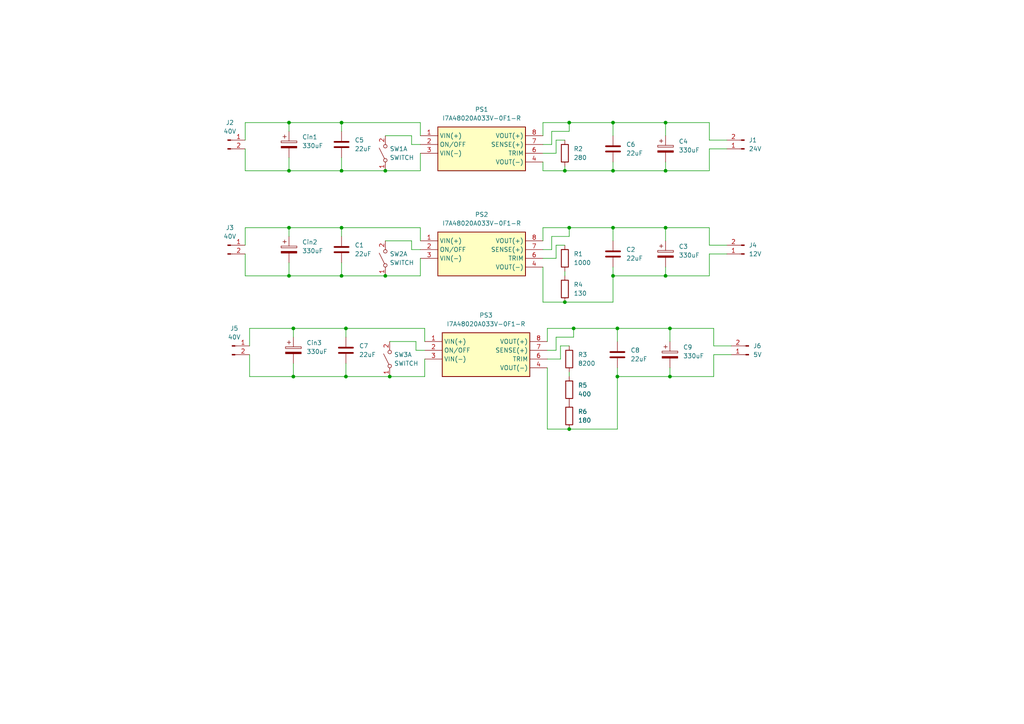
<source format=kicad_sch>
(kicad_sch
	(version 20231120)
	(generator "eeschema")
	(generator_version "8.0")
	(uuid "bfc94e18-575d-43eb-b70e-b93333a22557")
	(paper "A4")
	(lib_symbols
		(symbol "Connector:Conn_01x02_Pin"
			(pin_names
				(offset 1.016) hide)
			(exclude_from_sim no)
			(in_bom yes)
			(on_board yes)
			(property "Reference" "J"
				(at 0 2.54 0)
				(effects
					(font
						(size 1.27 1.27)
					)
				)
			)
			(property "Value" "Conn_01x02_Pin"
				(at 0 -5.08 0)
				(effects
					(font
						(size 1.27 1.27)
					)
				)
			)
			(property "Footprint" ""
				(at 0 0 0)
				(effects
					(font
						(size 1.27 1.27)
					)
					(hide yes)
				)
			)
			(property "Datasheet" "~"
				(at 0 0 0)
				(effects
					(font
						(size 1.27 1.27)
					)
					(hide yes)
				)
			)
			(property "Description" "Generic connector, single row, 01x02, script generated"
				(at 0 0 0)
				(effects
					(font
						(size 1.27 1.27)
					)
					(hide yes)
				)
			)
			(property "ki_locked" ""
				(at 0 0 0)
				(effects
					(font
						(size 1.27 1.27)
					)
				)
			)
			(property "ki_keywords" "connector"
				(at 0 0 0)
				(effects
					(font
						(size 1.27 1.27)
					)
					(hide yes)
				)
			)
			(property "ki_fp_filters" "Connector*:*_1x??_*"
				(at 0 0 0)
				(effects
					(font
						(size 1.27 1.27)
					)
					(hide yes)
				)
			)
			(symbol "Conn_01x02_Pin_1_1"
				(polyline
					(pts
						(xy 1.27 -2.54) (xy 0.8636 -2.54)
					)
					(stroke
						(width 0.1524)
						(type default)
					)
					(fill
						(type none)
					)
				)
				(polyline
					(pts
						(xy 1.27 0) (xy 0.8636 0)
					)
					(stroke
						(width 0.1524)
						(type default)
					)
					(fill
						(type none)
					)
				)
				(rectangle
					(start 0.8636 -2.413)
					(end 0 -2.667)
					(stroke
						(width 0.1524)
						(type default)
					)
					(fill
						(type outline)
					)
				)
				(rectangle
					(start 0.8636 0.127)
					(end 0 -0.127)
					(stroke
						(width 0.1524)
						(type default)
					)
					(fill
						(type outline)
					)
				)
				(pin passive line
					(at 5.08 0 180)
					(length 3.81)
					(name "Pin_1"
						(effects
							(font
								(size 1.27 1.27)
							)
						)
					)
					(number "1"
						(effects
							(font
								(size 1.27 1.27)
							)
						)
					)
				)
				(pin passive line
					(at 5.08 -2.54 180)
					(length 3.81)
					(name "Pin_2"
						(effects
							(font
								(size 1.27 1.27)
							)
						)
					)
					(number "2"
						(effects
							(font
								(size 1.27 1.27)
							)
						)
					)
				)
			)
		)
		(symbol "Device:C"
			(pin_numbers hide)
			(pin_names
				(offset 0.254)
			)
			(exclude_from_sim no)
			(in_bom yes)
			(on_board yes)
			(property "Reference" "C"
				(at 0.635 2.54 0)
				(effects
					(font
						(size 1.27 1.27)
					)
					(justify left)
				)
			)
			(property "Value" "C"
				(at 0.635 -2.54 0)
				(effects
					(font
						(size 1.27 1.27)
					)
					(justify left)
				)
			)
			(property "Footprint" ""
				(at 0.9652 -3.81 0)
				(effects
					(font
						(size 1.27 1.27)
					)
					(hide yes)
				)
			)
			(property "Datasheet" "~"
				(at 0 0 0)
				(effects
					(font
						(size 1.27 1.27)
					)
					(hide yes)
				)
			)
			(property "Description" "Unpolarized capacitor"
				(at 0 0 0)
				(effects
					(font
						(size 1.27 1.27)
					)
					(hide yes)
				)
			)
			(property "ki_keywords" "cap capacitor"
				(at 0 0 0)
				(effects
					(font
						(size 1.27 1.27)
					)
					(hide yes)
				)
			)
			(property "ki_fp_filters" "C_*"
				(at 0 0 0)
				(effects
					(font
						(size 1.27 1.27)
					)
					(hide yes)
				)
			)
			(symbol "C_0_1"
				(polyline
					(pts
						(xy -2.032 -0.762) (xy 2.032 -0.762)
					)
					(stroke
						(width 0.508)
						(type default)
					)
					(fill
						(type none)
					)
				)
				(polyline
					(pts
						(xy -2.032 0.762) (xy 2.032 0.762)
					)
					(stroke
						(width 0.508)
						(type default)
					)
					(fill
						(type none)
					)
				)
			)
			(symbol "C_1_1"
				(pin passive line
					(at 0 3.81 270)
					(length 2.794)
					(name "~"
						(effects
							(font
								(size 1.27 1.27)
							)
						)
					)
					(number "1"
						(effects
							(font
								(size 1.27 1.27)
							)
						)
					)
				)
				(pin passive line
					(at 0 -3.81 90)
					(length 2.794)
					(name "~"
						(effects
							(font
								(size 1.27 1.27)
							)
						)
					)
					(number "2"
						(effects
							(font
								(size 1.27 1.27)
							)
						)
					)
				)
			)
		)
		(symbol "Device:C_Polarized"
			(pin_numbers hide)
			(pin_names
				(offset 0.254)
			)
			(exclude_from_sim no)
			(in_bom yes)
			(on_board yes)
			(property "Reference" "C"
				(at 0.635 2.54 0)
				(effects
					(font
						(size 1.27 1.27)
					)
					(justify left)
				)
			)
			(property "Value" "C_Polarized"
				(at 0.635 -2.54 0)
				(effects
					(font
						(size 1.27 1.27)
					)
					(justify left)
				)
			)
			(property "Footprint" ""
				(at 0.9652 -3.81 0)
				(effects
					(font
						(size 1.27 1.27)
					)
					(hide yes)
				)
			)
			(property "Datasheet" "~"
				(at 0 0 0)
				(effects
					(font
						(size 1.27 1.27)
					)
					(hide yes)
				)
			)
			(property "Description" "Polarized capacitor"
				(at 0 0 0)
				(effects
					(font
						(size 1.27 1.27)
					)
					(hide yes)
				)
			)
			(property "ki_keywords" "cap capacitor"
				(at 0 0 0)
				(effects
					(font
						(size 1.27 1.27)
					)
					(hide yes)
				)
			)
			(property "ki_fp_filters" "CP_*"
				(at 0 0 0)
				(effects
					(font
						(size 1.27 1.27)
					)
					(hide yes)
				)
			)
			(symbol "C_Polarized_0_1"
				(rectangle
					(start -2.286 0.508)
					(end 2.286 1.016)
					(stroke
						(width 0)
						(type default)
					)
					(fill
						(type none)
					)
				)
				(polyline
					(pts
						(xy -1.778 2.286) (xy -0.762 2.286)
					)
					(stroke
						(width 0)
						(type default)
					)
					(fill
						(type none)
					)
				)
				(polyline
					(pts
						(xy -1.27 2.794) (xy -1.27 1.778)
					)
					(stroke
						(width 0)
						(type default)
					)
					(fill
						(type none)
					)
				)
				(rectangle
					(start 2.286 -0.508)
					(end -2.286 -1.016)
					(stroke
						(width 0)
						(type default)
					)
					(fill
						(type outline)
					)
				)
			)
			(symbol "C_Polarized_1_1"
				(pin passive line
					(at 0 3.81 270)
					(length 2.794)
					(name "~"
						(effects
							(font
								(size 1.27 1.27)
							)
						)
					)
					(number "1"
						(effects
							(font
								(size 1.27 1.27)
							)
						)
					)
				)
				(pin passive line
					(at 0 -3.81 90)
					(length 2.794)
					(name "~"
						(effects
							(font
								(size 1.27 1.27)
							)
						)
					)
					(number "2"
						(effects
							(font
								(size 1.27 1.27)
							)
						)
					)
				)
			)
		)
		(symbol "Device:R"
			(pin_numbers hide)
			(pin_names
				(offset 0)
			)
			(exclude_from_sim no)
			(in_bom yes)
			(on_board yes)
			(property "Reference" "R"
				(at 2.032 0 90)
				(effects
					(font
						(size 1.27 1.27)
					)
				)
			)
			(property "Value" "R"
				(at 0 0 90)
				(effects
					(font
						(size 1.27 1.27)
					)
				)
			)
			(property "Footprint" ""
				(at -1.778 0 90)
				(effects
					(font
						(size 1.27 1.27)
					)
					(hide yes)
				)
			)
			(property "Datasheet" "~"
				(at 0 0 0)
				(effects
					(font
						(size 1.27 1.27)
					)
					(hide yes)
				)
			)
			(property "Description" "Resistor"
				(at 0 0 0)
				(effects
					(font
						(size 1.27 1.27)
					)
					(hide yes)
				)
			)
			(property "ki_keywords" "R res resistor"
				(at 0 0 0)
				(effects
					(font
						(size 1.27 1.27)
					)
					(hide yes)
				)
			)
			(property "ki_fp_filters" "R_*"
				(at 0 0 0)
				(effects
					(font
						(size 1.27 1.27)
					)
					(hide yes)
				)
			)
			(symbol "R_0_1"
				(rectangle
					(start -1.016 -2.54)
					(end 1.016 2.54)
					(stroke
						(width 0.254)
						(type default)
					)
					(fill
						(type none)
					)
				)
			)
			(symbol "R_1_1"
				(pin passive line
					(at 0 3.81 270)
					(length 1.27)
					(name "~"
						(effects
							(font
								(size 1.27 1.27)
							)
						)
					)
					(number "1"
						(effects
							(font
								(size 1.27 1.27)
							)
						)
					)
				)
				(pin passive line
					(at 0 -3.81 90)
					(length 1.27)
					(name "~"
						(effects
							(font
								(size 1.27 1.27)
							)
						)
					)
					(number "2"
						(effects
							(font
								(size 1.27 1.27)
							)
						)
					)
				)
			)
		)
		(symbol "I7A48020A033V-0F1-R:I7A48020A033V-0F1-R"
			(exclude_from_sim no)
			(in_bom yes)
			(on_board yes)
			(property "Reference" "PS"
				(at 31.75 7.62 0)
				(effects
					(font
						(size 1.27 1.27)
					)
					(justify left top)
				)
			)
			(property "Value" "I7A48020A033V-0F1-R"
				(at 31.75 5.08 0)
				(effects
					(font
						(size 1.27 1.27)
					)
					(justify left top)
				)
			)
			(property "Footprint" "I7A4W033A033V0F1R"
				(at 31.75 -94.92 0)
				(effects
					(font
						(size 1.27 1.27)
					)
					(justify left top)
					(hide yes)
				)
			)
			(property "Datasheet" "https://product.tdk.com/system/files/dam/doc/product/power/switching-power/dc-dc-converter/catalog/i7a_e.pdf"
				(at 31.75 -194.92 0)
				(effects
					(font
						(size 1.27 1.27)
					)
					(justify left top)
					(hide yes)
				)
			)
			(property "Description" "DC-DC Converters, PCB mount type, Output: 500W, wide range (3.3 to 24V), Non-Isolated Step-down"
				(at 0 0 0)
				(effects
					(font
						(size 1.27 1.27)
					)
					(hide yes)
				)
			)
			(property "Height" ""
				(at 31.75 -394.92 0)
				(effects
					(font
						(size 1.27 1.27)
					)
					(justify left top)
					(hide yes)
				)
			)
			(property "Mouser Part Number" "967-I7A48020A033VF1R"
				(at 31.75 -494.92 0)
				(effects
					(font
						(size 1.27 1.27)
					)
					(justify left top)
					(hide yes)
				)
			)
			(property "Mouser Price/Stock" "https://www.mouser.co.uk/ProductDetail/TDK-Lambda/i7A48020A033V-0F1-R?qs=IKkN%2F947nfBpgLhnMF6iww%3D%3D"
				(at 31.75 -594.92 0)
				(effects
					(font
						(size 1.27 1.27)
					)
					(justify left top)
					(hide yes)
				)
			)
			(property "Manufacturer_Name" "TDK Lambda"
				(at 31.75 -694.92 0)
				(effects
					(font
						(size 1.27 1.27)
					)
					(justify left top)
					(hide yes)
				)
			)
			(property "Manufacturer_Part_Number" "I7A48020A033V-0F1-R"
				(at 31.75 -794.92 0)
				(effects
					(font
						(size 1.27 1.27)
					)
					(justify left top)
					(hide yes)
				)
			)
			(symbol "I7A48020A033V-0F1-R_1_1"
				(rectangle
					(start 5.08 2.54)
					(end 30.48 -10.16)
					(stroke
						(width 0.254)
						(type default)
					)
					(fill
						(type background)
					)
				)
				(pin passive line
					(at 0 0 0)
					(length 5.08)
					(name "VIN(+)"
						(effects
							(font
								(size 1.27 1.27)
							)
						)
					)
					(number "1"
						(effects
							(font
								(size 1.27 1.27)
							)
						)
					)
				)
				(pin passive line
					(at 0 -2.54 0)
					(length 5.08)
					(name "ON/OFF"
						(effects
							(font
								(size 1.27 1.27)
							)
						)
					)
					(number "2"
						(effects
							(font
								(size 1.27 1.27)
							)
						)
					)
				)
				(pin passive line
					(at 0 -5.08 0)
					(length 5.08)
					(name "VIN(-)"
						(effects
							(font
								(size 1.27 1.27)
							)
						)
					)
					(number "3"
						(effects
							(font
								(size 1.27 1.27)
							)
						)
					)
				)
				(pin passive line
					(at 35.56 -7.62 180)
					(length 5.08)
					(name "VOUT(-)"
						(effects
							(font
								(size 1.27 1.27)
							)
						)
					)
					(number "4"
						(effects
							(font
								(size 1.27 1.27)
							)
						)
					)
				)
				(pin passive line
					(at 35.56 -5.08 180)
					(length 5.08)
					(name "TRIM"
						(effects
							(font
								(size 1.27 1.27)
							)
						)
					)
					(number "6"
						(effects
							(font
								(size 1.27 1.27)
							)
						)
					)
				)
				(pin passive line
					(at 35.56 -2.54 180)
					(length 5.08)
					(name "SENSE(+)"
						(effects
							(font
								(size 1.27 1.27)
							)
						)
					)
					(number "7"
						(effects
							(font
								(size 1.27 1.27)
							)
						)
					)
				)
				(pin passive line
					(at 35.56 0 180)
					(length 5.08)
					(name "VOUT(+)"
						(effects
							(font
								(size 1.27 1.27)
							)
						)
					)
					(number "8"
						(effects
							(font
								(size 1.27 1.27)
							)
						)
					)
				)
			)
		)
		(symbol "Switch:SW_DPST_x2"
			(pin_names
				(offset 0) hide)
			(exclude_from_sim no)
			(in_bom yes)
			(on_board yes)
			(property "Reference" "SW"
				(at 0 3.175 0)
				(effects
					(font
						(size 1.27 1.27)
					)
				)
			)
			(property "Value" "SW_DPST_x2"
				(at 0 -2.54 0)
				(effects
					(font
						(size 1.27 1.27)
					)
				)
			)
			(property "Footprint" ""
				(at 0 0 0)
				(effects
					(font
						(size 1.27 1.27)
					)
					(hide yes)
				)
			)
			(property "Datasheet" "~"
				(at 0 0 0)
				(effects
					(font
						(size 1.27 1.27)
					)
					(hide yes)
				)
			)
			(property "Description" "Single Pole Single Throw (SPST) switch, separate symbol"
				(at 0 0 0)
				(effects
					(font
						(size 1.27 1.27)
					)
					(hide yes)
				)
			)
			(property "ki_keywords" "switch lever"
				(at 0 0 0)
				(effects
					(font
						(size 1.27 1.27)
					)
					(hide yes)
				)
			)
			(symbol "SW_DPST_x2_0_0"
				(circle
					(center -2.032 0)
					(radius 0.508)
					(stroke
						(width 0)
						(type default)
					)
					(fill
						(type none)
					)
				)
				(polyline
					(pts
						(xy -1.524 0.254) (xy 1.524 1.778)
					)
					(stroke
						(width 0)
						(type default)
					)
					(fill
						(type none)
					)
				)
				(circle
					(center 2.032 0)
					(radius 0.508)
					(stroke
						(width 0)
						(type default)
					)
					(fill
						(type none)
					)
				)
			)
			(symbol "SW_DPST_x2_1_1"
				(pin passive line
					(at -5.08 0 0)
					(length 2.54)
					(name "A"
						(effects
							(font
								(size 1.27 1.27)
							)
						)
					)
					(number "1"
						(effects
							(font
								(size 1.27 1.27)
							)
						)
					)
				)
				(pin passive line
					(at 5.08 0 180)
					(length 2.54)
					(name "B"
						(effects
							(font
								(size 1.27 1.27)
							)
						)
					)
					(number "2"
						(effects
							(font
								(size 1.27 1.27)
							)
						)
					)
				)
			)
			(symbol "SW_DPST_x2_2_1"
				(pin passive line
					(at -5.08 0 0)
					(length 2.54)
					(name "A"
						(effects
							(font
								(size 1.27 1.27)
							)
						)
					)
					(number "3"
						(effects
							(font
								(size 1.27 1.27)
							)
						)
					)
				)
				(pin passive line
					(at 5.08 0 180)
					(length 2.54)
					(name "B"
						(effects
							(font
								(size 1.27 1.27)
							)
						)
					)
					(number "4"
						(effects
							(font
								(size 1.27 1.27)
							)
						)
					)
				)
			)
		)
	)
	(junction
		(at 100.33 109.22)
		(diameter 0)
		(color 0 0 0 0)
		(uuid "01c225ad-f71c-454c-9849-ca075165f631")
	)
	(junction
		(at 111.76 49.53)
		(diameter 0)
		(color 0 0 0 0)
		(uuid "07e54d6e-c556-4b26-a15e-74e9164ec845")
	)
	(junction
		(at 85.09 109.22)
		(diameter 0)
		(color 0 0 0 0)
		(uuid "0a160eba-d909-45ed-9a98-5d8d04b9e483")
	)
	(junction
		(at 194.31 95.25)
		(diameter 0)
		(color 0 0 0 0)
		(uuid "0bd322ad-8895-45a9-8544-0e18f9811ce0")
	)
	(junction
		(at 166.37 95.25)
		(diameter 0)
		(color 0 0 0 0)
		(uuid "1829e7f9-4e7b-4a78-a96d-7703c28d3d37")
	)
	(junction
		(at 99.06 80.01)
		(diameter 0)
		(color 0 0 0 0)
		(uuid "18547797-d4bc-4e88-bf50-d5d5637f3787")
	)
	(junction
		(at 85.09 95.25)
		(diameter 0)
		(color 0 0 0 0)
		(uuid "1c0eeede-3583-4e8a-b025-c0e75b7613e0")
	)
	(junction
		(at 179.07 95.25)
		(diameter 0)
		(color 0 0 0 0)
		(uuid "38abf5ba-7e15-46ce-aeb4-ee3875464a64")
	)
	(junction
		(at 100.33 95.25)
		(diameter 0)
		(color 0 0 0 0)
		(uuid "3f151944-e6ed-4ef7-bf4d-329f4313f475")
	)
	(junction
		(at 193.04 66.04)
		(diameter 0)
		(color 0 0 0 0)
		(uuid "4077733c-3635-481b-a99c-c208a4a079c1")
	)
	(junction
		(at 83.82 49.53)
		(diameter 0)
		(color 0 0 0 0)
		(uuid "41cd1d43-5ddb-4c92-9eed-d198e8f3e446")
	)
	(junction
		(at 194.31 109.22)
		(diameter 0)
		(color 0 0 0 0)
		(uuid "451c788e-b0d3-4262-8774-d53b31da1eb1")
	)
	(junction
		(at 193.04 49.53)
		(diameter 0)
		(color 0 0 0 0)
		(uuid "55f5bd6e-adee-4205-b70b-ca2809bc5be1")
	)
	(junction
		(at 83.82 66.04)
		(diameter 0)
		(color 0 0 0 0)
		(uuid "563ac809-be53-4eee-9872-cb28c7e0a1d9")
	)
	(junction
		(at 99.06 35.56)
		(diameter 0)
		(color 0 0 0 0)
		(uuid "575f06db-eb9a-445c-b5da-7656c0e65e7e")
	)
	(junction
		(at 179.07 109.22)
		(diameter 0)
		(color 0 0 0 0)
		(uuid "5bf8b388-b47a-43ef-967c-61d4d8598a04")
	)
	(junction
		(at 163.83 49.53)
		(diameter 0)
		(color 0 0 0 0)
		(uuid "5ec3819b-383e-4be3-bc40-cb562e8e13cb")
	)
	(junction
		(at 83.82 35.56)
		(diameter 0)
		(color 0 0 0 0)
		(uuid "6643c0c9-a16d-4097-b342-8948f141dd91")
	)
	(junction
		(at 99.06 66.04)
		(diameter 0)
		(color 0 0 0 0)
		(uuid "6f780990-57b0-4cab-8dc1-913a16d229ac")
	)
	(junction
		(at 165.1 124.46)
		(diameter 0)
		(color 0 0 0 0)
		(uuid "6fca5606-b435-4d3b-b804-32a73d98effe")
	)
	(junction
		(at 111.76 80.01)
		(diameter 0)
		(color 0 0 0 0)
		(uuid "75c1e446-8f0e-4d9d-92c6-f59ea5278967")
	)
	(junction
		(at 83.82 80.01)
		(diameter 0)
		(color 0 0 0 0)
		(uuid "76de4d73-4e6b-43b7-8510-de9d841b1830")
	)
	(junction
		(at 113.03 109.22)
		(diameter 0)
		(color 0 0 0 0)
		(uuid "773b4339-9890-42f4-8cdf-f8df0d83b69d")
	)
	(junction
		(at 165.1 66.04)
		(diameter 0)
		(color 0 0 0 0)
		(uuid "77b2cc52-c548-4886-a3b8-d796ea8d0a12")
	)
	(junction
		(at 177.8 66.04)
		(diameter 0)
		(color 0 0 0 0)
		(uuid "79a43eb2-9ca9-4c04-adbc-62187d3139cf")
	)
	(junction
		(at 177.8 80.01)
		(diameter 0)
		(color 0 0 0 0)
		(uuid "7be32195-6495-4f24-b786-99e9dffa0c18")
	)
	(junction
		(at 99.06 49.53)
		(diameter 0)
		(color 0 0 0 0)
		(uuid "7dab26ad-d891-4599-9158-0450421f3aea")
	)
	(junction
		(at 193.04 80.01)
		(diameter 0)
		(color 0 0 0 0)
		(uuid "828c9add-1caa-4469-9cf1-32c8d1ace919")
	)
	(junction
		(at 165.1 35.56)
		(diameter 0)
		(color 0 0 0 0)
		(uuid "9d3b607d-3750-4a28-bb15-3c4d80af22e6")
	)
	(junction
		(at 163.83 87.63)
		(diameter 0)
		(color 0 0 0 0)
		(uuid "bd99a211-f8d2-40a2-a491-3155e424e870")
	)
	(junction
		(at 177.8 49.53)
		(diameter 0)
		(color 0 0 0 0)
		(uuid "d7af5dc9-340f-4e9d-9d94-f3939da8ea06")
	)
	(junction
		(at 177.8 35.56)
		(diameter 0)
		(color 0 0 0 0)
		(uuid "f051ddb8-f2e4-4461-a755-4d4e2cc28435")
	)
	(junction
		(at 193.04 35.56)
		(diameter 0)
		(color 0 0 0 0)
		(uuid "f4958689-1c52-4e6a-a467-54c50fe14018")
	)
	(wire
		(pts
			(xy 179.07 106.68) (xy 179.07 109.22)
		)
		(stroke
			(width 0)
			(type default)
		)
		(uuid "01961dcd-1e3c-4d73-bb37-31c2d491a38d")
	)
	(wire
		(pts
			(xy 210.82 73.66) (xy 205.74 73.66)
		)
		(stroke
			(width 0)
			(type default)
		)
		(uuid "01ff0fb3-6415-459d-ab68-da89d6444de6")
	)
	(wire
		(pts
			(xy 99.06 76.2) (xy 99.06 80.01)
		)
		(stroke
			(width 0)
			(type default)
		)
		(uuid "033cea65-23eb-4ec7-a87f-e0ed6c583310")
	)
	(wire
		(pts
			(xy 193.04 35.56) (xy 177.8 35.56)
		)
		(stroke
			(width 0)
			(type default)
		)
		(uuid "03e7a557-6e18-484f-bfde-8b3c5720dacf")
	)
	(wire
		(pts
			(xy 193.04 49.53) (xy 205.74 49.53)
		)
		(stroke
			(width 0)
			(type default)
		)
		(uuid "0709af00-550d-4457-b2b0-e98d8a003953")
	)
	(wire
		(pts
			(xy 193.04 80.01) (xy 205.74 80.01)
		)
		(stroke
			(width 0)
			(type default)
		)
		(uuid "08367170-e5c8-49b1-a60b-ffe4d0d1c4e5")
	)
	(wire
		(pts
			(xy 111.76 69.85) (xy 119.38 69.85)
		)
		(stroke
			(width 0)
			(type default)
		)
		(uuid "09bd2ce5-2ec7-44ef-b179-453424a3310a")
	)
	(wire
		(pts
			(xy 100.33 95.25) (xy 123.19 95.25)
		)
		(stroke
			(width 0)
			(type default)
		)
		(uuid "0abc6d79-574c-4ba6-a952-0dc90cef7223")
	)
	(wire
		(pts
			(xy 72.39 95.25) (xy 72.39 100.33)
		)
		(stroke
			(width 0)
			(type default)
		)
		(uuid "0ad613df-a1ce-42e3-8c48-1c9a2c422376")
	)
	(wire
		(pts
			(xy 83.82 76.2) (xy 83.82 80.01)
		)
		(stroke
			(width 0)
			(type default)
		)
		(uuid "0da00df5-8915-4a28-aaf3-5187ebf7bb39")
	)
	(wire
		(pts
			(xy 177.8 87.63) (xy 177.8 80.01)
		)
		(stroke
			(width 0)
			(type default)
		)
		(uuid "0de3b892-ddf2-4af7-bf41-682cc270a640")
	)
	(wire
		(pts
			(xy 72.39 102.87) (xy 72.39 109.22)
		)
		(stroke
			(width 0)
			(type default)
		)
		(uuid "0fb67f3d-be28-46d0-9776-9b7dac82d4e0")
	)
	(wire
		(pts
			(xy 121.92 80.01) (xy 121.92 74.93)
		)
		(stroke
			(width 0)
			(type default)
		)
		(uuid "11ac0dea-78b6-4da0-b1a3-5e77a50eb277")
	)
	(wire
		(pts
			(xy 123.19 109.22) (xy 123.19 104.14)
		)
		(stroke
			(width 0)
			(type default)
		)
		(uuid "1283da4e-1d4b-4ef1-99db-a65f345d6106")
	)
	(wire
		(pts
			(xy 177.8 77.47) (xy 177.8 80.01)
		)
		(stroke
			(width 0)
			(type default)
		)
		(uuid "12ce7466-15e8-481c-ba47-30045e3cf2e9")
	)
	(wire
		(pts
			(xy 157.48 49.53) (xy 163.83 49.53)
		)
		(stroke
			(width 0)
			(type default)
		)
		(uuid "13f797f9-75b8-4161-8c43-a5525cb36794")
	)
	(wire
		(pts
			(xy 120.65 101.6) (xy 123.19 101.6)
		)
		(stroke
			(width 0)
			(type default)
		)
		(uuid "150d1911-9789-4fc2-aa85-98c6551c0cc4")
	)
	(wire
		(pts
			(xy 99.06 45.72) (xy 99.06 49.53)
		)
		(stroke
			(width 0)
			(type default)
		)
		(uuid "16239633-a374-4a61-8b81-aa68a1cb9f63")
	)
	(wire
		(pts
			(xy 163.83 80.01) (xy 163.83 78.74)
		)
		(stroke
			(width 0)
			(type default)
		)
		(uuid "16a59e65-450b-46b0-b6cc-65374728bb5a")
	)
	(wire
		(pts
			(xy 205.74 73.66) (xy 205.74 80.01)
		)
		(stroke
			(width 0)
			(type default)
		)
		(uuid "172fd1a0-434c-466d-8558-6c625f07c190")
	)
	(wire
		(pts
			(xy 193.04 66.04) (xy 177.8 66.04)
		)
		(stroke
			(width 0)
			(type default)
		)
		(uuid "181d5ec8-cadb-4755-96e4-b88c17737fcd")
	)
	(wire
		(pts
			(xy 205.74 71.12) (xy 205.74 66.04)
		)
		(stroke
			(width 0)
			(type default)
		)
		(uuid "1876b250-6a5f-45b4-b648-6c9eb7e1f234")
	)
	(wire
		(pts
			(xy 179.07 95.25) (xy 166.37 95.25)
		)
		(stroke
			(width 0)
			(type default)
		)
		(uuid "1d255d91-1201-43f5-93b6-f691cbe6d39e")
	)
	(wire
		(pts
			(xy 160.02 41.91) (xy 160.02 38.1)
		)
		(stroke
			(width 0)
			(type default)
		)
		(uuid "24faeede-b7ad-4046-8b4d-c52cdbef564d")
	)
	(wire
		(pts
			(xy 165.1 66.04) (xy 165.1 68.58)
		)
		(stroke
			(width 0)
			(type default)
		)
		(uuid "25a9762b-febb-47a7-8ff1-d94a094e206f")
	)
	(wire
		(pts
			(xy 85.09 105.41) (xy 85.09 109.22)
		)
		(stroke
			(width 0)
			(type default)
		)
		(uuid "281f4e26-6e92-47f4-b56d-c3f0096b0ee2")
	)
	(wire
		(pts
			(xy 157.48 41.91) (xy 160.02 41.91)
		)
		(stroke
			(width 0)
			(type default)
		)
		(uuid "29fea1c8-8535-409c-97ad-5b8a3361ceb4")
	)
	(wire
		(pts
			(xy 119.38 69.85) (xy 119.38 72.39)
		)
		(stroke
			(width 0)
			(type default)
		)
		(uuid "2a3d8fb9-43fb-43b4-bcf0-432c36e02778")
	)
	(wire
		(pts
			(xy 193.04 77.47) (xy 193.04 80.01)
		)
		(stroke
			(width 0)
			(type default)
		)
		(uuid "2b54f8bd-1040-42a9-a7cd-72cb1132b276")
	)
	(wire
		(pts
			(xy 166.37 95.25) (xy 158.75 95.25)
		)
		(stroke
			(width 0)
			(type default)
		)
		(uuid "2c3436c7-c887-4fac-af4e-3439209d8556")
	)
	(wire
		(pts
			(xy 179.07 124.46) (xy 179.07 109.22)
		)
		(stroke
			(width 0)
			(type default)
		)
		(uuid "2ccc1f05-0558-4eee-b794-12cc79c9b23a")
	)
	(wire
		(pts
			(xy 161.29 40.64) (xy 163.83 40.64)
		)
		(stroke
			(width 0)
			(type default)
		)
		(uuid "2f44e7ae-a779-440d-b0a5-ceebe0840c8e")
	)
	(wire
		(pts
			(xy 158.75 104.14) (xy 162.56 104.14)
		)
		(stroke
			(width 0)
			(type default)
		)
		(uuid "2f6687f4-b1a9-416d-baef-463aa3483bc0")
	)
	(wire
		(pts
			(xy 123.19 95.25) (xy 123.19 99.06)
		)
		(stroke
			(width 0)
			(type default)
		)
		(uuid "31c1cdad-b63b-4356-b30b-4b5be7b94d64")
	)
	(wire
		(pts
			(xy 83.82 35.56) (xy 83.82 38.1)
		)
		(stroke
			(width 0)
			(type default)
		)
		(uuid "320f4e34-3a8a-471b-b7d7-0374111c4b1d")
	)
	(wire
		(pts
			(xy 207.01 100.33) (xy 207.01 95.25)
		)
		(stroke
			(width 0)
			(type default)
		)
		(uuid "354c60be-47c5-4ab5-b6fb-45e10d72518c")
	)
	(wire
		(pts
			(xy 205.74 43.18) (xy 205.74 49.53)
		)
		(stroke
			(width 0)
			(type default)
		)
		(uuid "369ca8db-4af3-420d-9d65-91534a589a40")
	)
	(wire
		(pts
			(xy 179.07 109.22) (xy 194.31 109.22)
		)
		(stroke
			(width 0)
			(type default)
		)
		(uuid "3938837c-4159-4147-8098-a09e11c08f83")
	)
	(wire
		(pts
			(xy 165.1 109.22) (xy 165.1 107.95)
		)
		(stroke
			(width 0)
			(type default)
		)
		(uuid "3caca296-7b08-4535-bdee-2d16bb805f15")
	)
	(wire
		(pts
			(xy 157.48 66.04) (xy 157.48 69.85)
		)
		(stroke
			(width 0)
			(type default)
		)
		(uuid "3d176265-e68d-41e0-9709-eb11f07edd39")
	)
	(wire
		(pts
			(xy 157.48 77.47) (xy 157.48 87.63)
		)
		(stroke
			(width 0)
			(type default)
		)
		(uuid "3e7eaf59-9f9a-4f6a-b37e-569d90703033")
	)
	(wire
		(pts
			(xy 160.02 68.58) (xy 165.1 68.58)
		)
		(stroke
			(width 0)
			(type default)
		)
		(uuid "41b761db-5b90-4243-92b8-6e22b19e8f1a")
	)
	(wire
		(pts
			(xy 83.82 80.01) (xy 99.06 80.01)
		)
		(stroke
			(width 0)
			(type default)
		)
		(uuid "428bdfd7-3f8d-4ba3-9b02-a48b5baf7b97")
	)
	(wire
		(pts
			(xy 161.29 74.93) (xy 161.29 71.12)
		)
		(stroke
			(width 0)
			(type default)
		)
		(uuid "46d893d8-1744-45b3-8350-6bc27620c102")
	)
	(wire
		(pts
			(xy 160.02 72.39) (xy 160.02 68.58)
		)
		(stroke
			(width 0)
			(type default)
		)
		(uuid "4a80f23f-0d9f-4b87-b41c-d41807c1c871")
	)
	(wire
		(pts
			(xy 119.38 41.91) (xy 121.92 41.91)
		)
		(stroke
			(width 0)
			(type default)
		)
		(uuid "4d030ccf-d9fa-4c0f-a600-297fd1d56fc0")
	)
	(wire
		(pts
			(xy 162.56 104.14) (xy 162.56 100.33)
		)
		(stroke
			(width 0)
			(type default)
		)
		(uuid "505af884-08db-4956-a2a3-c3490ed1d521")
	)
	(wire
		(pts
			(xy 179.07 95.25) (xy 179.07 99.06)
		)
		(stroke
			(width 0)
			(type default)
		)
		(uuid "52e4849e-218a-47d1-9170-e895c8588677")
	)
	(wire
		(pts
			(xy 157.48 72.39) (xy 160.02 72.39)
		)
		(stroke
			(width 0)
			(type default)
		)
		(uuid "56c8a123-5132-4739-bfc6-d1fd28969138")
	)
	(wire
		(pts
			(xy 210.82 71.12) (xy 205.74 71.12)
		)
		(stroke
			(width 0)
			(type default)
		)
		(uuid "57a9c449-6dae-494d-afbf-4d69af30a819")
	)
	(wire
		(pts
			(xy 83.82 66.04) (xy 83.82 68.58)
		)
		(stroke
			(width 0)
			(type default)
		)
		(uuid "5896b2e8-3849-493c-98c5-252075b9afd4")
	)
	(wire
		(pts
			(xy 177.8 35.56) (xy 177.8 39.37)
		)
		(stroke
			(width 0)
			(type default)
		)
		(uuid "601c762e-3286-457e-9a9d-60ad455c442a")
	)
	(wire
		(pts
			(xy 194.31 95.25) (xy 207.01 95.25)
		)
		(stroke
			(width 0)
			(type default)
		)
		(uuid "604e1770-430c-47b2-bfea-cd23daed6658")
	)
	(wire
		(pts
			(xy 210.82 43.18) (xy 205.74 43.18)
		)
		(stroke
			(width 0)
			(type default)
		)
		(uuid "627c6ee3-da97-4475-bcab-b4eb428a272f")
	)
	(wire
		(pts
			(xy 163.83 87.63) (xy 177.8 87.63)
		)
		(stroke
			(width 0)
			(type default)
		)
		(uuid "65270e57-9a17-448b-9817-68aef0976b90")
	)
	(wire
		(pts
			(xy 193.04 35.56) (xy 205.74 35.56)
		)
		(stroke
			(width 0)
			(type default)
		)
		(uuid "661b4a7c-3f7f-45d2-a0d0-60a8a239a2e3")
	)
	(wire
		(pts
			(xy 165.1 35.56) (xy 165.1 38.1)
		)
		(stroke
			(width 0)
			(type default)
		)
		(uuid "67ce25a4-df86-4f3b-8b8f-9cbe9fc9cf12")
	)
	(wire
		(pts
			(xy 83.82 66.04) (xy 99.06 66.04)
		)
		(stroke
			(width 0)
			(type default)
		)
		(uuid "68fba9e9-e860-45b6-bf88-f3017093d602")
	)
	(wire
		(pts
			(xy 120.65 99.06) (xy 120.65 101.6)
		)
		(stroke
			(width 0)
			(type default)
		)
		(uuid "6a1ffc9d-8c65-46de-9c75-82fc14ffc674")
	)
	(wire
		(pts
			(xy 83.82 49.53) (xy 99.06 49.53)
		)
		(stroke
			(width 0)
			(type default)
		)
		(uuid "6b9c8a52-23d3-48ac-955f-6f213b330143")
	)
	(wire
		(pts
			(xy 165.1 124.46) (xy 179.07 124.46)
		)
		(stroke
			(width 0)
			(type default)
		)
		(uuid "6d4e273c-23f3-4a83-90c4-16ace2263ec9")
	)
	(wire
		(pts
			(xy 85.09 95.25) (xy 85.09 97.79)
		)
		(stroke
			(width 0)
			(type default)
		)
		(uuid "7457dd26-91c4-4fda-b040-3a6229387e4f")
	)
	(wire
		(pts
			(xy 99.06 49.53) (xy 111.76 49.53)
		)
		(stroke
			(width 0)
			(type default)
		)
		(uuid "75d6bcad-e0bf-474d-b20a-d8a9e10f3221")
	)
	(wire
		(pts
			(xy 212.09 102.87) (xy 207.01 102.87)
		)
		(stroke
			(width 0)
			(type default)
		)
		(uuid "793babe2-d7e2-4b9c-99b5-d78c56db1e46")
	)
	(wire
		(pts
			(xy 121.92 35.56) (xy 121.92 39.37)
		)
		(stroke
			(width 0)
			(type default)
		)
		(uuid "7982040a-e407-4c94-adfa-958d7047c2b0")
	)
	(wire
		(pts
			(xy 158.75 95.25) (xy 158.75 99.06)
		)
		(stroke
			(width 0)
			(type default)
		)
		(uuid "7c3a14f4-bfa6-46ef-ab7e-b04c8314845c")
	)
	(wire
		(pts
			(xy 121.92 66.04) (xy 121.92 69.85)
		)
		(stroke
			(width 0)
			(type default)
		)
		(uuid "82141b03-d2b5-42c8-8532-a9668ef9cff2")
	)
	(wire
		(pts
			(xy 210.82 40.64) (xy 205.74 40.64)
		)
		(stroke
			(width 0)
			(type default)
		)
		(uuid "85e7fbe4-597f-4c0d-8236-c71b375927bc")
	)
	(wire
		(pts
			(xy 111.76 80.01) (xy 121.92 80.01)
		)
		(stroke
			(width 0)
			(type default)
		)
		(uuid "876a33a5-2744-4680-988d-700ab81c15f3")
	)
	(wire
		(pts
			(xy 161.29 97.79) (xy 166.37 97.79)
		)
		(stroke
			(width 0)
			(type default)
		)
		(uuid "89363ba3-038e-435f-b40c-8fbc0dbf4aba")
	)
	(wire
		(pts
			(xy 166.37 95.25) (xy 166.37 97.79)
		)
		(stroke
			(width 0)
			(type default)
		)
		(uuid "8abee87a-8fbd-452b-96e1-d0c27ae55661")
	)
	(wire
		(pts
			(xy 71.12 66.04) (xy 83.82 66.04)
		)
		(stroke
			(width 0)
			(type default)
		)
		(uuid "8c417af6-cd1a-45c7-9165-875732313e92")
	)
	(wire
		(pts
			(xy 194.31 106.68) (xy 194.31 109.22)
		)
		(stroke
			(width 0)
			(type default)
		)
		(uuid "8d875153-f29b-4afa-b9b5-4c2bcc03072c")
	)
	(wire
		(pts
			(xy 71.12 35.56) (xy 71.12 40.64)
		)
		(stroke
			(width 0)
			(type default)
		)
		(uuid "8e967c01-0675-48d4-973e-ec1ad7b7f89c")
	)
	(wire
		(pts
			(xy 163.83 49.53) (xy 177.8 49.53)
		)
		(stroke
			(width 0)
			(type default)
		)
		(uuid "93edd77a-284d-4f80-a0d2-373f2f3b7ec0")
	)
	(wire
		(pts
			(xy 157.48 46.99) (xy 157.48 49.53)
		)
		(stroke
			(width 0)
			(type default)
		)
		(uuid "98ac521a-e2f3-4214-af3e-13129ad0ade7")
	)
	(wire
		(pts
			(xy 85.09 95.25) (xy 100.33 95.25)
		)
		(stroke
			(width 0)
			(type default)
		)
		(uuid "99261cad-90d5-4858-9e83-cc12e271643c")
	)
	(wire
		(pts
			(xy 163.83 49.53) (xy 163.83 48.26)
		)
		(stroke
			(width 0)
			(type default)
		)
		(uuid "992cda67-96f0-4d84-b8b4-619c94b3add4")
	)
	(wire
		(pts
			(xy 207.01 102.87) (xy 207.01 109.22)
		)
		(stroke
			(width 0)
			(type default)
		)
		(uuid "9a4cbd2b-4bf9-401d-9720-ae1ab83930d8")
	)
	(wire
		(pts
			(xy 71.12 49.53) (xy 83.82 49.53)
		)
		(stroke
			(width 0)
			(type default)
		)
		(uuid "9a89499d-02a0-41fb-a666-b6455786a875")
	)
	(wire
		(pts
			(xy 158.75 101.6) (xy 161.29 101.6)
		)
		(stroke
			(width 0)
			(type default)
		)
		(uuid "9b33a9ed-e455-47a3-88b1-b9024dc739c0")
	)
	(wire
		(pts
			(xy 162.56 100.33) (xy 165.1 100.33)
		)
		(stroke
			(width 0)
			(type default)
		)
		(uuid "9b7f46d3-6e76-482b-8d6c-4cae0c20e100")
	)
	(wire
		(pts
			(xy 205.74 40.64) (xy 205.74 35.56)
		)
		(stroke
			(width 0)
			(type default)
		)
		(uuid "9d65ad90-70ec-4f3d-85a0-b68b5548cd1f")
	)
	(wire
		(pts
			(xy 100.33 109.22) (xy 113.03 109.22)
		)
		(stroke
			(width 0)
			(type default)
		)
		(uuid "9f46a46d-e893-4d9b-8724-eaadd8d0fc81")
	)
	(wire
		(pts
			(xy 85.09 109.22) (xy 100.33 109.22)
		)
		(stroke
			(width 0)
			(type default)
		)
		(uuid "a05ec77c-e542-4516-8665-96e37db54763")
	)
	(wire
		(pts
			(xy 160.02 38.1) (xy 165.1 38.1)
		)
		(stroke
			(width 0)
			(type default)
		)
		(uuid "a14c07fa-f4d2-4a1a-ac37-d05623dd05f5")
	)
	(wire
		(pts
			(xy 119.38 72.39) (xy 121.92 72.39)
		)
		(stroke
			(width 0)
			(type default)
		)
		(uuid "a171853f-a7b0-4049-9a4c-1661f76d41bc")
	)
	(wire
		(pts
			(xy 165.1 35.56) (xy 157.48 35.56)
		)
		(stroke
			(width 0)
			(type default)
		)
		(uuid "a1af1dfc-fea6-4d94-a4a8-19e5e801bd62")
	)
	(wire
		(pts
			(xy 99.06 66.04) (xy 121.92 66.04)
		)
		(stroke
			(width 0)
			(type default)
		)
		(uuid "a1fea0bb-77e6-48af-8e1c-598161b305db")
	)
	(wire
		(pts
			(xy 212.09 100.33) (xy 207.01 100.33)
		)
		(stroke
			(width 0)
			(type default)
		)
		(uuid "a26ab4d9-b38a-469b-be75-47a9e4a5d76a")
	)
	(wire
		(pts
			(xy 72.39 95.25) (xy 85.09 95.25)
		)
		(stroke
			(width 0)
			(type default)
		)
		(uuid "a2c390d5-41bd-40a4-91c9-1a8602529df0")
	)
	(wire
		(pts
			(xy 71.12 80.01) (xy 83.82 80.01)
		)
		(stroke
			(width 0)
			(type default)
		)
		(uuid "a4d9cc58-33aa-4b7a-8287-2752fdac6958")
	)
	(wire
		(pts
			(xy 177.8 66.04) (xy 165.1 66.04)
		)
		(stroke
			(width 0)
			(type default)
		)
		(uuid "a8eac965-3b08-4d63-ad2b-1513b28d4756")
	)
	(wire
		(pts
			(xy 177.8 49.53) (xy 193.04 49.53)
		)
		(stroke
			(width 0)
			(type default)
		)
		(uuid "aec9ce41-28f0-4580-a548-09fc86bb3822")
	)
	(wire
		(pts
			(xy 83.82 35.56) (xy 99.06 35.56)
		)
		(stroke
			(width 0)
			(type default)
		)
		(uuid "aeda7dc0-b6bd-4cbb-8aaa-6586ae0bc3ea")
	)
	(wire
		(pts
			(xy 158.75 124.46) (xy 165.1 124.46)
		)
		(stroke
			(width 0)
			(type default)
		)
		(uuid "b1274fa7-0a6a-428e-8845-1e7bb52b3c9d")
	)
	(wire
		(pts
			(xy 113.03 99.06) (xy 120.65 99.06)
		)
		(stroke
			(width 0)
			(type default)
		)
		(uuid "b192e74d-98e1-4dd0-aceb-a4127ae74665")
	)
	(wire
		(pts
			(xy 111.76 49.53) (xy 121.92 49.53)
		)
		(stroke
			(width 0)
			(type default)
		)
		(uuid "b5bc03c9-9431-4bcd-a492-e2f1499c51cf")
	)
	(wire
		(pts
			(xy 119.38 39.37) (xy 119.38 41.91)
		)
		(stroke
			(width 0)
			(type default)
		)
		(uuid "b7538dda-0c04-4c4b-8b6d-cc924564d309")
	)
	(wire
		(pts
			(xy 111.76 39.37) (xy 119.38 39.37)
		)
		(stroke
			(width 0)
			(type default)
		)
		(uuid "b9af3b26-e9ca-464d-8a40-249e66c394b4")
	)
	(wire
		(pts
			(xy 161.29 101.6) (xy 161.29 97.79)
		)
		(stroke
			(width 0)
			(type default)
		)
		(uuid "bea1e4f0-b424-45e0-ab35-8e9ece51090a")
	)
	(wire
		(pts
			(xy 157.48 74.93) (xy 161.29 74.93)
		)
		(stroke
			(width 0)
			(type default)
		)
		(uuid "c0c2f466-498f-42d1-992d-dd4351926e61")
	)
	(wire
		(pts
			(xy 194.31 109.22) (xy 207.01 109.22)
		)
		(stroke
			(width 0)
			(type default)
		)
		(uuid "c262ef4d-2c50-4b2d-84c6-2c0c9f541cd8")
	)
	(wire
		(pts
			(xy 72.39 109.22) (xy 85.09 109.22)
		)
		(stroke
			(width 0)
			(type default)
		)
		(uuid "c8066a02-84a5-4a64-9e53-6b86ba055236")
	)
	(wire
		(pts
			(xy 158.75 106.68) (xy 158.75 124.46)
		)
		(stroke
			(width 0)
			(type default)
		)
		(uuid "c8777546-33a6-47d2-b2ca-a97bc2656c4f")
	)
	(wire
		(pts
			(xy 99.06 66.04) (xy 99.06 68.58)
		)
		(stroke
			(width 0)
			(type default)
		)
		(uuid "c8fe7f72-4851-4386-8d94-8fac72ffbd68")
	)
	(wire
		(pts
			(xy 157.48 35.56) (xy 157.48 39.37)
		)
		(stroke
			(width 0)
			(type default)
		)
		(uuid "ca2c0e7c-5ee8-41a5-81f6-5b5286249af3")
	)
	(wire
		(pts
			(xy 161.29 44.45) (xy 161.29 40.64)
		)
		(stroke
			(width 0)
			(type default)
		)
		(uuid "cbc70b33-cc64-4fb5-aec7-11113e1c23cc")
	)
	(wire
		(pts
			(xy 193.04 69.85) (xy 193.04 66.04)
		)
		(stroke
			(width 0)
			(type default)
		)
		(uuid "cf5cd2a9-28f1-48cc-8733-08ecfb824d78")
	)
	(wire
		(pts
			(xy 157.48 44.45) (xy 161.29 44.45)
		)
		(stroke
			(width 0)
			(type default)
		)
		(uuid "d0ffff0e-0524-4567-a267-b6f34fbca237")
	)
	(wire
		(pts
			(xy 113.03 109.22) (xy 123.19 109.22)
		)
		(stroke
			(width 0)
			(type default)
		)
		(uuid "d3c60c16-ae81-4425-b0f0-1ec3a8303b34")
	)
	(wire
		(pts
			(xy 83.82 45.72) (xy 83.82 49.53)
		)
		(stroke
			(width 0)
			(type default)
		)
		(uuid "d3ddaf82-75b9-4060-87c4-6afd530396a2")
	)
	(wire
		(pts
			(xy 71.12 73.66) (xy 71.12 80.01)
		)
		(stroke
			(width 0)
			(type default)
		)
		(uuid "d6b25bb7-e788-42e9-9bab-1be8d2ad2151")
	)
	(wire
		(pts
			(xy 99.06 35.56) (xy 99.06 38.1)
		)
		(stroke
			(width 0)
			(type default)
		)
		(uuid "d9599dbf-d167-49d5-a4e9-2b17adf35af4")
	)
	(wire
		(pts
			(xy 194.31 95.25) (xy 179.07 95.25)
		)
		(stroke
			(width 0)
			(type default)
		)
		(uuid "dd0868fa-cdc6-4f56-ab85-cb7a06bb19a9")
	)
	(wire
		(pts
			(xy 177.8 46.99) (xy 177.8 49.53)
		)
		(stroke
			(width 0)
			(type default)
		)
		(uuid "dd9dc6eb-6144-4f70-9d2b-194fb7df4a8c")
	)
	(wire
		(pts
			(xy 193.04 46.99) (xy 193.04 49.53)
		)
		(stroke
			(width 0)
			(type default)
		)
		(uuid "e2e981b8-6201-4397-94cd-ad8607a6e33b")
	)
	(wire
		(pts
			(xy 100.33 105.41) (xy 100.33 109.22)
		)
		(stroke
			(width 0)
			(type default)
		)
		(uuid "e303f2ad-fdca-460b-a53e-7b283aadfc96")
	)
	(wire
		(pts
			(xy 177.8 80.01) (xy 193.04 80.01)
		)
		(stroke
			(width 0)
			(type default)
		)
		(uuid "e6be5ba7-a49c-4f19-be2c-a405af6a5739")
	)
	(wire
		(pts
			(xy 177.8 35.56) (xy 165.1 35.56)
		)
		(stroke
			(width 0)
			(type default)
		)
		(uuid "e9e75cd6-2274-401d-ba92-66ce8b48245e")
	)
	(wire
		(pts
			(xy 71.12 66.04) (xy 71.12 71.12)
		)
		(stroke
			(width 0)
			(type default)
		)
		(uuid "ea31cd8d-8184-4f40-8ae7-f7e706cde4d1")
	)
	(wire
		(pts
			(xy 99.06 80.01) (xy 111.76 80.01)
		)
		(stroke
			(width 0)
			(type default)
		)
		(uuid "eb40f255-6ef4-4b3a-9738-4765bad18987")
	)
	(wire
		(pts
			(xy 193.04 39.37) (xy 193.04 35.56)
		)
		(stroke
			(width 0)
			(type default)
		)
		(uuid "ecf973cc-496a-4518-a968-31fd6f961c40")
	)
	(wire
		(pts
			(xy 100.33 95.25) (xy 100.33 97.79)
		)
		(stroke
			(width 0)
			(type default)
		)
		(uuid "ed0974c7-200d-4c05-946a-62a996254f4c")
	)
	(wire
		(pts
			(xy 194.31 99.06) (xy 194.31 95.25)
		)
		(stroke
			(width 0)
			(type default)
		)
		(uuid "f23a64c9-c4d1-4863-8aa0-a522adbc8e0b")
	)
	(wire
		(pts
			(xy 99.06 35.56) (xy 121.92 35.56)
		)
		(stroke
			(width 0)
			(type default)
		)
		(uuid "f3b84e28-8a07-4e72-beab-200185a5c9ac")
	)
	(wire
		(pts
			(xy 71.12 35.56) (xy 83.82 35.56)
		)
		(stroke
			(width 0)
			(type default)
		)
		(uuid "f80bfb4f-0a77-4687-8088-b3dea448d9ed")
	)
	(wire
		(pts
			(xy 165.1 66.04) (xy 157.48 66.04)
		)
		(stroke
			(width 0)
			(type default)
		)
		(uuid "f90fefcd-25ec-4bce-bf86-bd56ec0a5e5b")
	)
	(wire
		(pts
			(xy 177.8 66.04) (xy 177.8 69.85)
		)
		(stroke
			(width 0)
			(type default)
		)
		(uuid "f9c2891d-c56e-4fc5-80ae-6b28027a5c81")
	)
	(wire
		(pts
			(xy 161.29 71.12) (xy 163.83 71.12)
		)
		(stroke
			(width 0)
			(type default)
		)
		(uuid "f9dda353-ad29-4018-a39b-07f1058f537b")
	)
	(wire
		(pts
			(xy 193.04 66.04) (xy 205.74 66.04)
		)
		(stroke
			(width 0)
			(type default)
		)
		(uuid "fa8f0663-ba2d-4fdd-9b7c-98e01d6dfd80")
	)
	(wire
		(pts
			(xy 71.12 43.18) (xy 71.12 49.53)
		)
		(stroke
			(width 0)
			(type default)
		)
		(uuid "fcd23755-a7a9-46d1-bf29-182e572bd539")
	)
	(wire
		(pts
			(xy 121.92 49.53) (xy 121.92 44.45)
		)
		(stroke
			(width 0)
			(type default)
		)
		(uuid "fd037435-e8da-4f5c-8740-60e7fcb14892")
	)
	(wire
		(pts
			(xy 157.48 87.63) (xy 163.83 87.63)
		)
		(stroke
			(width 0)
			(type default)
		)
		(uuid "fdc5672c-769e-4ed2-9291-d47bb165546b")
	)
	(symbol
		(lib_id "Device:C")
		(at 179.07 102.87 0)
		(unit 1)
		(exclude_from_sim no)
		(in_bom yes)
		(on_board yes)
		(dnp no)
		(fields_autoplaced yes)
		(uuid "00a50fe4-cd2a-4fea-8a18-86b45ed0fefa")
		(property "Reference" "C8"
			(at 182.88 101.5999 0)
			(effects
				(font
					(size 1.27 1.27)
				)
				(justify left)
			)
		)
		(property "Value" "22uF"
			(at 182.88 104.1399 0)
			(effects
				(font
					(size 1.27 1.27)
				)
				(justify left)
			)
		)
		(property "Footprint" "Capacitor_THT:C_Disc_D5.0mm_W2.5mm_P2.50mm"
			(at 180.0352 106.68 0)
			(effects
				(font
					(size 1.27 1.27)
				)
				(hide yes)
			)
		)
		(property "Datasheet" "~"
			(at 179.07 102.87 0)
			(effects
				(font
					(size 1.27 1.27)
				)
				(hide yes)
			)
		)
		(property "Description" "Unpolarized capacitor"
			(at 179.07 102.87 0)
			(effects
				(font
					(size 1.27 1.27)
				)
				(hide yes)
			)
		)
		(pin "1"
			(uuid "37a17c37-92f0-4049-a5b7-b7b6cb19c8ac")
		)
		(pin "2"
			(uuid "21613509-5cfd-4223-8323-a9f1fb62fc87")
		)
		(instances
			(project "ChassisBuckConverter"
				(path "/bfc94e18-575d-43eb-b70e-b93333a22557"
					(reference "C8")
					(unit 1)
				)
			)
		)
	)
	(symbol
		(lib_id "Device:R")
		(at 163.83 83.82 0)
		(unit 1)
		(exclude_from_sim no)
		(in_bom yes)
		(on_board yes)
		(dnp no)
		(fields_autoplaced yes)
		(uuid "017bdafe-3afd-48b5-8f57-8f41e42b0510")
		(property "Reference" "R4"
			(at 166.37 82.5499 0)
			(effects
				(font
					(size 1.27 1.27)
				)
				(justify left)
			)
		)
		(property "Value" "130"
			(at 166.37 85.0899 0)
			(effects
				(font
					(size 1.27 1.27)
				)
				(justify left)
			)
		)
		(property "Footprint" "footprints130:STA_CF18_STP"
			(at 162.052 83.82 90)
			(effects
				(font
					(size 1.27 1.27)
				)
				(hide yes)
			)
		)
		(property "Datasheet" "~"
			(at 163.83 83.82 0)
			(effects
				(font
					(size 1.27 1.27)
				)
				(hide yes)
			)
		)
		(property "Description" "Resistor"
			(at 163.83 83.82 0)
			(effects
				(font
					(size 1.27 1.27)
				)
				(hide yes)
			)
		)
		(pin "2"
			(uuid "00b12c53-27c7-4e0f-96c5-98ca4ebeb8c3")
		)
		(pin "1"
			(uuid "1972601b-6d1e-47d8-bcb3-92d038c097b9")
		)
		(instances
			(project ""
				(path "/bfc94e18-575d-43eb-b70e-b93333a22557"
					(reference "R4")
					(unit 1)
				)
			)
		)
	)
	(symbol
		(lib_id "Device:C")
		(at 99.06 41.91 0)
		(unit 1)
		(exclude_from_sim no)
		(in_bom yes)
		(on_board yes)
		(dnp no)
		(fields_autoplaced yes)
		(uuid "0609073f-d567-4155-aece-2a7a9ac78646")
		(property "Reference" "C5"
			(at 102.87 40.6399 0)
			(effects
				(font
					(size 1.27 1.27)
				)
				(justify left)
			)
		)
		(property "Value" "22uF"
			(at 102.87 43.1799 0)
			(effects
				(font
					(size 1.27 1.27)
				)
				(justify left)
			)
		)
		(property "Footprint" "Capacitor_THT:C_Disc_D5.0mm_W2.5mm_P2.50mm"
			(at 100.0252 45.72 0)
			(effects
				(font
					(size 1.27 1.27)
				)
				(hide yes)
			)
		)
		(property "Datasheet" "~"
			(at 99.06 41.91 0)
			(effects
				(font
					(size 1.27 1.27)
				)
				(hide yes)
			)
		)
		(property "Description" "Unpolarized capacitor"
			(at 99.06 41.91 0)
			(effects
				(font
					(size 1.27 1.27)
				)
				(hide yes)
			)
		)
		(pin "1"
			(uuid "5386b018-8734-458e-abc0-069eeb53e4e4")
		)
		(pin "2"
			(uuid "858a7fa8-c110-4b5b-8ac4-d81921004980")
		)
		(instances
			(project ""
				(path "/bfc94e18-575d-43eb-b70e-b93333a22557"
					(reference "C5")
					(unit 1)
				)
			)
		)
	)
	(symbol
		(lib_id "Connector:Conn_01x02_Pin")
		(at 67.31 100.33 0)
		(unit 1)
		(exclude_from_sim no)
		(in_bom yes)
		(on_board yes)
		(dnp no)
		(uuid "08035a16-bf3d-451c-8ad7-5dcbcc6d9507")
		(property "Reference" "J5"
			(at 67.945 95.25 0)
			(effects
				(font
					(size 1.27 1.27)
				)
			)
		)
		(property "Value" "40V"
			(at 67.945 97.79 0)
			(effects
				(font
					(size 1.27 1.27)
				)
			)
		)
		(property "Footprint" "XT60-M:AMASS_XT60-M"
			(at 67.31 100.33 0)
			(effects
				(font
					(size 1.27 1.27)
				)
				(hide yes)
			)
		)
		(property "Datasheet" "~"
			(at 67.31 100.33 0)
			(effects
				(font
					(size 1.27 1.27)
				)
				(hide yes)
			)
		)
		(property "Description" "Generic connector, single row, 01x02, script generated"
			(at 67.31 100.33 0)
			(effects
				(font
					(size 1.27 1.27)
				)
				(hide yes)
			)
		)
		(pin "2"
			(uuid "eeca14c3-0e3c-40a6-9d41-ed32ea7ffcd1")
		)
		(pin "1"
			(uuid "d1ddc612-9ce4-4777-b6e9-c8c25c107855")
		)
		(instances
			(project "ChassisBuckConverter"
				(path "/bfc94e18-575d-43eb-b70e-b93333a22557"
					(reference "J5")
					(unit 1)
				)
			)
		)
	)
	(symbol
		(lib_id "Device:R")
		(at 165.1 113.03 0)
		(unit 1)
		(exclude_from_sim no)
		(in_bom yes)
		(on_board yes)
		(dnp no)
		(fields_autoplaced yes)
		(uuid "0adae12c-b7c0-45b8-b756-357ac9dfd39e")
		(property "Reference" "R5"
			(at 167.64 111.7599 0)
			(effects
				(font
					(size 1.27 1.27)
				)
				(justify left)
			)
		)
		(property "Value" "400"
			(at 167.64 114.2999 0)
			(effects
				(font
					(size 1.27 1.27)
				)
				(justify left)
			)
		)
		(property "Footprint" "footprints400:CMF55_VIS"
			(at 163.322 113.03 90)
			(effects
				(font
					(size 1.27 1.27)
				)
				(hide yes)
			)
		)
		(property "Datasheet" "~"
			(at 165.1 113.03 0)
			(effects
				(font
					(size 1.27 1.27)
				)
				(hide yes)
			)
		)
		(property "Description" "Resistor"
			(at 165.1 113.03 0)
			(effects
				(font
					(size 1.27 1.27)
				)
				(hide yes)
			)
		)
		(pin "1"
			(uuid "899d2f67-3580-4adf-b516-99d18c72ac83")
		)
		(pin "2"
			(uuid "f7b59483-5f40-44a5-bd8f-6bdb3caeddee")
		)
		(instances
			(project ""
				(path "/bfc94e18-575d-43eb-b70e-b93333a22557"
					(reference "R5")
					(unit 1)
				)
			)
		)
	)
	(symbol
		(lib_id "Switch:SW_DPST_x2")
		(at 111.76 74.93 90)
		(unit 1)
		(exclude_from_sim no)
		(in_bom yes)
		(on_board yes)
		(dnp no)
		(fields_autoplaced yes)
		(uuid "23db4d4e-cabf-44eb-994f-0f842ec7eb13")
		(property "Reference" "SW2"
			(at 113.03 73.6599 90)
			(effects
				(font
					(size 1.27 1.27)
				)
				(justify right)
			)
		)
		(property "Value" "SWITCH"
			(at 113.03 76.1999 90)
			(effects
				(font
					(size 1.27 1.27)
				)
				(justify right)
			)
		)
		(property "Footprint" "DS01-254-L-01BE:SW_DS01-254-L-01BE"
			(at 111.76 74.93 0)
			(effects
				(font
					(size 1.27 1.27)
				)
				(hide yes)
			)
		)
		(property "Datasheet" "~"
			(at 111.76 74.93 0)
			(effects
				(font
					(size 1.27 1.27)
				)
				(hide yes)
			)
		)
		(property "Description" "Single Pole Single Throw (SPST) switch, separate symbol"
			(at 111.76 74.93 0)
			(effects
				(font
					(size 1.27 1.27)
				)
				(hide yes)
			)
		)
		(pin "1"
			(uuid "224013a3-2bda-45c9-82d7-ddb411ca68af")
		)
		(pin "2"
			(uuid "542dd2b0-69b5-4b24-9cd3-351f33b6cc01")
		)
		(pin "3"
			(uuid "ed2f43cc-4627-482c-beca-ba65cf569158")
		)
		(pin "4"
			(uuid "48c909fe-1c0c-4027-a9c4-ba3bb7d762ee")
		)
		(instances
			(project "ChassisBuckConverter"
				(path "/bfc94e18-575d-43eb-b70e-b93333a22557"
					(reference "SW2")
					(unit 1)
				)
			)
		)
	)
	(symbol
		(lib_id "Device:C")
		(at 177.8 43.18 0)
		(unit 1)
		(exclude_from_sim no)
		(in_bom yes)
		(on_board yes)
		(dnp no)
		(fields_autoplaced yes)
		(uuid "25c59743-8dfd-461b-895a-0b8cfe315bfe")
		(property "Reference" "C6"
			(at 181.61 41.9099 0)
			(effects
				(font
					(size 1.27 1.27)
				)
				(justify left)
			)
		)
		(property "Value" "22uF"
			(at 181.61 44.4499 0)
			(effects
				(font
					(size 1.27 1.27)
				)
				(justify left)
			)
		)
		(property "Footprint" "Capacitor_THT:C_Disc_D5.0mm_W2.5mm_P2.50mm"
			(at 178.7652 46.99 0)
			(effects
				(font
					(size 1.27 1.27)
				)
				(hide yes)
			)
		)
		(property "Datasheet" "~"
			(at 177.8 43.18 0)
			(effects
				(font
					(size 1.27 1.27)
				)
				(hide yes)
			)
		)
		(property "Description" "Unpolarized capacitor"
			(at 177.8 43.18 0)
			(effects
				(font
					(size 1.27 1.27)
				)
				(hide yes)
			)
		)
		(pin "1"
			(uuid "8d6440c8-e59b-4d34-bc32-949ecbbb65d5")
		)
		(pin "2"
			(uuid "ac41bc94-4769-4075-ad27-141b0ecd007e")
		)
		(instances
			(project ""
				(path "/bfc94e18-575d-43eb-b70e-b93333a22557"
					(reference "C6")
					(unit 1)
				)
			)
		)
	)
	(symbol
		(lib_id "Device:R")
		(at 165.1 104.14 0)
		(unit 1)
		(exclude_from_sim no)
		(in_bom yes)
		(on_board yes)
		(dnp no)
		(fields_autoplaced yes)
		(uuid "287a4e58-416c-4167-8b66-3fc9903afeb1")
		(property "Reference" "R3"
			(at 167.64 102.8699 0)
			(effects
				(font
					(size 1.27 1.27)
				)
				(justify left)
			)
		)
		(property "Value" "8200"
			(at 167.64 105.4099 0)
			(effects
				(font
					(size 1.27 1.27)
				)
				(justify left)
			)
		)
		(property "Footprint" "footprints8200:RES_CMF07_VIS"
			(at 163.322 104.14 90)
			(effects
				(font
					(size 1.27 1.27)
				)
				(hide yes)
			)
		)
		(property "Datasheet" "~"
			(at 165.1 104.14 0)
			(effects
				(font
					(size 1.27 1.27)
				)
				(hide yes)
			)
		)
		(property "Description" "Resistor"
			(at 165.1 104.14 0)
			(effects
				(font
					(size 1.27 1.27)
				)
				(hide yes)
			)
		)
		(pin "1"
			(uuid "ddfbe9c5-349b-4ff6-bd5e-971f170c5ee8")
		)
		(pin "2"
			(uuid "46f345e7-55f0-429a-a589-c74201b5041c")
		)
		(instances
			(project "ChassisBuckConverter"
				(path "/bfc94e18-575d-43eb-b70e-b93333a22557"
					(reference "R3")
					(unit 1)
				)
			)
		)
	)
	(symbol
		(lib_id "Device:R")
		(at 163.83 44.45 0)
		(unit 1)
		(exclude_from_sim no)
		(in_bom yes)
		(on_board yes)
		(dnp no)
		(fields_autoplaced yes)
		(uuid "2d4aea37-a0be-4069-b8fe-f067cb1099a1")
		(property "Reference" "R2"
			(at 166.37 43.1799 0)
			(effects
				(font
					(size 1.27 1.27)
				)
				(justify left)
			)
		)
		(property "Value" "280"
			(at 166.37 45.7199 0)
			(effects
				(font
					(size 1.27 1.27)
				)
				(justify left)
			)
		)
		(property "Footprint" "Resistor_THT:R_Axial_DIN0207_L6.3mm_D2.5mm_P7.62mm_Horizontal"
			(at 162.052 44.45 90)
			(effects
				(font
					(size 1.27 1.27)
				)
				(hide yes)
			)
		)
		(property "Datasheet" "~"
			(at 163.83 44.45 0)
			(effects
				(font
					(size 1.27 1.27)
				)
				(hide yes)
			)
		)
		(property "Description" "Resistor"
			(at 163.83 44.45 0)
			(effects
				(font
					(size 1.27 1.27)
				)
				(hide yes)
			)
		)
		(pin "1"
			(uuid "33cf566b-feeb-41c2-8005-d08a306e093e")
		)
		(pin "2"
			(uuid "eb4df08a-06e0-4cf8-b049-eb07ba0cb917")
		)
		(instances
			(project ""
				(path "/bfc94e18-575d-43eb-b70e-b93333a22557"
					(reference "R2")
					(unit 1)
				)
			)
		)
	)
	(symbol
		(lib_id "Device:C_Polarized")
		(at 83.82 72.39 0)
		(unit 1)
		(exclude_from_sim no)
		(in_bom yes)
		(on_board yes)
		(dnp no)
		(fields_autoplaced yes)
		(uuid "3013db6b-79b3-4152-98bd-6a9f83d70e34")
		(property "Reference" "Cin2"
			(at 87.63 70.2309 0)
			(effects
				(font
					(size 1.27 1.27)
				)
				(justify left)
			)
		)
		(property "Value" "330uF"
			(at 87.63 72.7709 0)
			(effects
				(font
					(size 1.27 1.27)
				)
				(justify left)
			)
		)
		(property "Footprint" "Capacitor_THT:CP_Radial_D6.3mm_P2.50mm"
			(at 84.7852 76.2 0)
			(effects
				(font
					(size 1.27 1.27)
				)
				(hide yes)
			)
		)
		(property "Datasheet" "~"
			(at 83.82 72.39 0)
			(effects
				(font
					(size 1.27 1.27)
				)
				(hide yes)
			)
		)
		(property "Description" "Polarized capacitor"
			(at 83.82 72.39 0)
			(effects
				(font
					(size 1.27 1.27)
				)
				(hide yes)
			)
		)
		(pin "2"
			(uuid "952e650e-de7f-4b3a-8a93-0e7469ef26b1")
		)
		(pin "1"
			(uuid "cbddb514-5362-4900-a02e-00ad5e25d5bf")
		)
		(instances
			(project "ChassisBuckConverter"
				(path "/bfc94e18-575d-43eb-b70e-b93333a22557"
					(reference "Cin2")
					(unit 1)
				)
			)
		)
	)
	(symbol
		(lib_id "Connector:Conn_01x02_Pin")
		(at 215.9 43.18 180)
		(unit 1)
		(exclude_from_sim no)
		(in_bom yes)
		(on_board yes)
		(dnp no)
		(fields_autoplaced yes)
		(uuid "3f440096-5350-4475-8f82-a9259c1a547d")
		(property "Reference" "J1"
			(at 217.17 40.6399 0)
			(effects
				(font
					(size 1.27 1.27)
				)
				(justify right)
			)
		)
		(property "Value" "24V"
			(at 217.17 43.1799 0)
			(effects
				(font
					(size 1.27 1.27)
				)
				(justify right)
			)
		)
		(property "Footprint" "XT60-M:AMASS_XT60-M"
			(at 215.9 43.18 0)
			(effects
				(font
					(size 1.27 1.27)
				)
				(hide yes)
			)
		)
		(property "Datasheet" "~"
			(at 215.9 43.18 0)
			(effects
				(font
					(size 1.27 1.27)
				)
				(hide yes)
			)
		)
		(property "Description" "Generic connector, single row, 01x02, script generated"
			(at 215.9 43.18 0)
			(effects
				(font
					(size 1.27 1.27)
				)
				(hide yes)
			)
		)
		(pin "1"
			(uuid "a176bda6-f0a6-448c-98c9-8de0f5ce087a")
		)
		(pin "2"
			(uuid "eb09afbd-bbfd-4bff-8dea-658d7424f260")
		)
		(instances
			(project ""
				(path "/bfc94e18-575d-43eb-b70e-b93333a22557"
					(reference "J1")
					(unit 1)
				)
			)
		)
	)
	(symbol
		(lib_id "Device:C_Polarized")
		(at 193.04 73.66 0)
		(unit 1)
		(exclude_from_sim no)
		(in_bom yes)
		(on_board yes)
		(dnp no)
		(fields_autoplaced yes)
		(uuid "441d7e1b-14cf-4068-916b-5a672a47fb3b")
		(property "Reference" "C3"
			(at 196.85 71.5009 0)
			(effects
				(font
					(size 1.27 1.27)
				)
				(justify left)
			)
		)
		(property "Value" "330uF"
			(at 196.85 74.0409 0)
			(effects
				(font
					(size 1.27 1.27)
				)
				(justify left)
			)
		)
		(property "Footprint" "Capacitor_THT:CP_Radial_D6.3mm_P2.50mm"
			(at 194.0052 77.47 0)
			(effects
				(font
					(size 1.27 1.27)
				)
				(hide yes)
			)
		)
		(property "Datasheet" "~"
			(at 193.04 73.66 0)
			(effects
				(font
					(size 1.27 1.27)
				)
				(hide yes)
			)
		)
		(property "Description" "Polarized capacitor"
			(at 193.04 73.66 0)
			(effects
				(font
					(size 1.27 1.27)
				)
				(hide yes)
			)
		)
		(pin "1"
			(uuid "1a58a359-2b13-4689-b500-7462b4ef87a4")
		)
		(pin "2"
			(uuid "f872919b-4576-4e0a-8beb-29356ee0c4fc")
		)
		(instances
			(project "ChassisBuckConverter"
				(path "/bfc94e18-575d-43eb-b70e-b93333a22557"
					(reference "C3")
					(unit 1)
				)
			)
		)
	)
	(symbol
		(lib_id "Connector:Conn_01x02_Pin")
		(at 66.04 40.64 0)
		(unit 1)
		(exclude_from_sim no)
		(in_bom yes)
		(on_board yes)
		(dnp no)
		(uuid "4560f837-1d32-42b1-9dca-62c5f0cee1d7")
		(property "Reference" "J2"
			(at 66.675 35.56 0)
			(effects
				(font
					(size 1.27 1.27)
				)
			)
		)
		(property "Value" "40V"
			(at 66.675 38.1 0)
			(effects
				(font
					(size 1.27 1.27)
				)
			)
		)
		(property "Footprint" "XT60-M:AMASS_XT60-M"
			(at 66.04 40.64 0)
			(effects
				(font
					(size 1.27 1.27)
				)
				(hide yes)
			)
		)
		(property "Datasheet" "~"
			(at 66.04 40.64 0)
			(effects
				(font
					(size 1.27 1.27)
				)
				(hide yes)
			)
		)
		(property "Description" "Generic connector, single row, 01x02, script generated"
			(at 66.04 40.64 0)
			(effects
				(font
					(size 1.27 1.27)
				)
				(hide yes)
			)
		)
		(pin "2"
			(uuid "4e890400-bf47-49c6-8a41-1363be60b2e6")
		)
		(pin "1"
			(uuid "c0f5e703-2e12-4fe8-9824-378eb201a432")
		)
		(instances
			(project ""
				(path "/bfc94e18-575d-43eb-b70e-b93333a22557"
					(reference "J2")
					(unit 1)
				)
			)
		)
	)
	(symbol
		(lib_id "Connector:Conn_01x02_Pin")
		(at 66.04 71.12 0)
		(unit 1)
		(exclude_from_sim no)
		(in_bom yes)
		(on_board yes)
		(dnp no)
		(uuid "5966b686-4f6d-41f7-97fc-be65c8b99c46")
		(property "Reference" "J3"
			(at 66.675 66.04 0)
			(effects
				(font
					(size 1.27 1.27)
				)
			)
		)
		(property "Value" "40V"
			(at 66.675 68.58 0)
			(effects
				(font
					(size 1.27 1.27)
				)
			)
		)
		(property "Footprint" "XT60-M:AMASS_XT60-M"
			(at 66.04 71.12 0)
			(effects
				(font
					(size 1.27 1.27)
				)
				(hide yes)
			)
		)
		(property "Datasheet" "~"
			(at 66.04 71.12 0)
			(effects
				(font
					(size 1.27 1.27)
				)
				(hide yes)
			)
		)
		(property "Description" "Generic connector, single row, 01x02, script generated"
			(at 66.04 71.12 0)
			(effects
				(font
					(size 1.27 1.27)
				)
				(hide yes)
			)
		)
		(pin "2"
			(uuid "393d1541-01db-4cc5-bf03-12d473f04914")
		)
		(pin "1"
			(uuid "54c63e18-a979-4225-8cdd-a59dd6eef858")
		)
		(instances
			(project "ChassisBuckConverter"
				(path "/bfc94e18-575d-43eb-b70e-b93333a22557"
					(reference "J3")
					(unit 1)
				)
			)
		)
	)
	(symbol
		(lib_id "I7A48020A033V-0F1-R:I7A48020A033V-0F1-R")
		(at 121.92 39.37 0)
		(unit 1)
		(exclude_from_sim no)
		(in_bom yes)
		(on_board yes)
		(dnp no)
		(fields_autoplaced yes)
		(uuid "680a3bea-4447-472b-87c0-24db78532d18")
		(property "Reference" "PS1"
			(at 139.7 31.75 0)
			(effects
				(font
					(size 1.27 1.27)
				)
			)
		)
		(property "Value" "I7A48020A033V-0F1-R"
			(at 139.7 34.29 0)
			(effects
				(font
					(size 1.27 1.27)
				)
			)
		)
		(property "Footprint" "Voltage Regulator:I7A4W033A033V0F1R"
			(at 153.67 134.29 0)
			(effects
				(font
					(size 1.27 1.27)
				)
				(justify left top)
				(hide yes)
			)
		)
		(property "Datasheet" "https://product.tdk.com/system/files/dam/doc/product/power/switching-power/dc-dc-converter/catalog/i7a_e.pdf"
			(at 153.67 234.29 0)
			(effects
				(font
					(size 1.27 1.27)
				)
				(justify left top)
				(hide yes)
			)
		)
		(property "Description" "DC-DC Converters, PCB mount type, Output: 500W, wide range (3.3 to 24V), Non-Isolated Step-down"
			(at 121.92 39.37 0)
			(effects
				(font
					(size 1.27 1.27)
				)
				(hide yes)
			)
		)
		(property "Height" ""
			(at 153.67 434.29 0)
			(effects
				(font
					(size 1.27 1.27)
				)
				(justify left top)
				(hide yes)
			)
		)
		(property "Mouser Part Number" "967-I7A48020A033VF1R"
			(at 153.67 534.29 0)
			(effects
				(font
					(size 1.27 1.27)
				)
				(justify left top)
				(hide yes)
			)
		)
		(property "Mouser Price/Stock" "https://www.mouser.co.uk/ProductDetail/TDK-Lambda/i7A48020A033V-0F1-R?qs=IKkN%2F947nfBpgLhnMF6iww%3D%3D"
			(at 153.67 634.29 0)
			(effects
				(font
					(size 1.27 1.27)
				)
				(justify left top)
				(hide yes)
			)
		)
		(property "Manufacturer_Name" "TDK Lambda"
			(at 153.67 734.29 0)
			(effects
				(font
					(size 1.27 1.27)
				)
				(justify left top)
				(hide yes)
			)
		)
		(property "Manufacturer_Part_Number" "I7A48020A033V-0F1-R"
			(at 153.67 834.29 0)
			(effects
				(font
					(size 1.27 1.27)
				)
				(justify left top)
				(hide yes)
			)
		)
		(pin "4"
			(uuid "c76a69b5-140e-4745-821c-fa054e15462d")
		)
		(pin "3"
			(uuid "87e7be41-e7cb-4e8b-b1c9-a460f902df7f")
		)
		(pin "2"
			(uuid "292473e8-4c32-457e-a96c-449ecf3d47f4")
		)
		(pin "1"
			(uuid "e31e402f-77f8-4509-a0cb-342b9beaa7fd")
		)
		(pin "6"
			(uuid "fbc8389d-7a55-4aae-9cd3-83073ff337a4")
		)
		(pin "8"
			(uuid "84a08486-97a0-42ef-9726-b316e0d48bbe")
		)
		(pin "7"
			(uuid "ccabd84c-411e-4cd9-914b-5b9dbfed1131")
		)
		(instances
			(project ""
				(path "/bfc94e18-575d-43eb-b70e-b93333a22557"
					(reference "PS1")
					(unit 1)
				)
			)
		)
	)
	(symbol
		(lib_id "I7A48020A033V-0F1-R:I7A48020A033V-0F1-R")
		(at 123.19 99.06 0)
		(unit 1)
		(exclude_from_sim no)
		(in_bom yes)
		(on_board yes)
		(dnp no)
		(fields_autoplaced yes)
		(uuid "7dcce030-23f7-47b5-9720-266d964c48ea")
		(property "Reference" "PS3"
			(at 140.97 91.44 0)
			(effects
				(font
					(size 1.27 1.27)
				)
			)
		)
		(property "Value" "I7A48020A033V-0F1-R"
			(at 140.97 93.98 0)
			(effects
				(font
					(size 1.27 1.27)
				)
			)
		)
		(property "Footprint" "Voltage Regulator:I7A4W033A033V0F1R"
			(at 154.94 193.98 0)
			(effects
				(font
					(size 1.27 1.27)
				)
				(justify left top)
				(hide yes)
			)
		)
		(property "Datasheet" "https://product.tdk.com/system/files/dam/doc/product/power/switching-power/dc-dc-converter/catalog/i7a_e.pdf"
			(at 154.94 293.98 0)
			(effects
				(font
					(size 1.27 1.27)
				)
				(justify left top)
				(hide yes)
			)
		)
		(property "Description" "DC-DC Converters, PCB mount type, Output: 500W, wide range (3.3 to 24V), Non-Isolated Step-down"
			(at 123.19 99.06 0)
			(effects
				(font
					(size 1.27 1.27)
				)
				(hide yes)
			)
		)
		(property "Height" ""
			(at 154.94 493.98 0)
			(effects
				(font
					(size 1.27 1.27)
				)
				(justify left top)
				(hide yes)
			)
		)
		(property "Mouser Part Number" "967-I7A48020A033VF1R"
			(at 154.94 593.98 0)
			(effects
				(font
					(size 1.27 1.27)
				)
				(justify left top)
				(hide yes)
			)
		)
		(property "Mouser Price/Stock" "https://www.mouser.co.uk/ProductDetail/TDK-Lambda/i7A48020A033V-0F1-R?qs=IKkN%2F947nfBpgLhnMF6iww%3D%3D"
			(at 154.94 693.98 0)
			(effects
				(font
					(size 1.27 1.27)
				)
				(justify left top)
				(hide yes)
			)
		)
		(property "Manufacturer_Name" "TDK Lambda"
			(at 154.94 793.98 0)
			(effects
				(font
					(size 1.27 1.27)
				)
				(justify left top)
				(hide yes)
			)
		)
		(property "Manufacturer_Part_Number" "I7A48020A033V-0F1-R"
			(at 154.94 893.98 0)
			(effects
				(font
					(size 1.27 1.27)
				)
				(justify left top)
				(hide yes)
			)
		)
		(pin "4"
			(uuid "d10668dc-35bd-4620-bffd-d99aae657112")
		)
		(pin "3"
			(uuid "25836c93-d716-45ac-8b46-28e4161c9a0c")
		)
		(pin "2"
			(uuid "2ab8102d-3845-4226-844f-5eac65b69958")
		)
		(pin "1"
			(uuid "6042266f-8833-47cd-b725-5b9d4c481632")
		)
		(pin "6"
			(uuid "b7ec16f4-6b10-4ca9-bb93-746aafa2731a")
		)
		(pin "8"
			(uuid "d62b77d9-177d-4227-a40c-bff6a33f5874")
		)
		(pin "7"
			(uuid "b5ef256b-6eb6-45c3-b72d-8c32eb589a06")
		)
		(instances
			(project "ChassisBuckConverter"
				(path "/bfc94e18-575d-43eb-b70e-b93333a22557"
					(reference "PS3")
					(unit 1)
				)
			)
		)
	)
	(symbol
		(lib_id "Device:C")
		(at 99.06 72.39 0)
		(unit 1)
		(exclude_from_sim no)
		(in_bom yes)
		(on_board yes)
		(dnp no)
		(fields_autoplaced yes)
		(uuid "8ecdded2-31fa-49a5-92ae-7dd372f944a5")
		(property "Reference" "C1"
			(at 102.87 71.1199 0)
			(effects
				(font
					(size 1.27 1.27)
				)
				(justify left)
			)
		)
		(property "Value" "22uF"
			(at 102.87 73.6599 0)
			(effects
				(font
					(size 1.27 1.27)
				)
				(justify left)
			)
		)
		(property "Footprint" "Capacitor_THT:C_Disc_D5.0mm_W2.5mm_P2.50mm"
			(at 100.0252 76.2 0)
			(effects
				(font
					(size 1.27 1.27)
				)
				(hide yes)
			)
		)
		(property "Datasheet" "~"
			(at 99.06 72.39 0)
			(effects
				(font
					(size 1.27 1.27)
				)
				(hide yes)
			)
		)
		(property "Description" "Unpolarized capacitor"
			(at 99.06 72.39 0)
			(effects
				(font
					(size 1.27 1.27)
				)
				(hide yes)
			)
		)
		(pin "1"
			(uuid "0b84a07b-74d3-4b15-b26d-53ae10c10aee")
		)
		(pin "2"
			(uuid "72c75643-0f3f-44de-b808-b63758cf0774")
		)
		(instances
			(project "ChassisBuckConverter"
				(path "/bfc94e18-575d-43eb-b70e-b93333a22557"
					(reference "C1")
					(unit 1)
				)
			)
		)
	)
	(symbol
		(lib_id "I7A48020A033V-0F1-R:I7A48020A033V-0F1-R")
		(at 121.92 69.85 0)
		(unit 1)
		(exclude_from_sim no)
		(in_bom yes)
		(on_board yes)
		(dnp no)
		(fields_autoplaced yes)
		(uuid "91b6bdb9-4ad6-48a5-a188-86954c79ac90")
		(property "Reference" "PS2"
			(at 139.7 62.23 0)
			(effects
				(font
					(size 1.27 1.27)
				)
			)
		)
		(property "Value" "I7A48020A033V-0F1-R"
			(at 139.7 64.77 0)
			(effects
				(font
					(size 1.27 1.27)
				)
			)
		)
		(property "Footprint" "Voltage Regulator:I7A4W033A033V0F1R"
			(at 153.67 164.77 0)
			(effects
				(font
					(size 1.27 1.27)
				)
				(justify left top)
				(hide yes)
			)
		)
		(property "Datasheet" "https://product.tdk.com/system/files/dam/doc/product/power/switching-power/dc-dc-converter/catalog/i7a_e.pdf"
			(at 153.67 264.77 0)
			(effects
				(font
					(size 1.27 1.27)
				)
				(justify left top)
				(hide yes)
			)
		)
		(property "Description" "DC-DC Converters, PCB mount type, Output: 500W, wide range (3.3 to 24V), Non-Isolated Step-down"
			(at 121.92 69.85 0)
			(effects
				(font
					(size 1.27 1.27)
				)
				(hide yes)
			)
		)
		(property "Height" ""
			(at 153.67 464.77 0)
			(effects
				(font
					(size 1.27 1.27)
				)
				(justify left top)
				(hide yes)
			)
		)
		(property "Mouser Part Number" "967-I7A48020A033VF1R"
			(at 153.67 564.77 0)
			(effects
				(font
					(size 1.27 1.27)
				)
				(justify left top)
				(hide yes)
			)
		)
		(property "Mouser Price/Stock" "https://www.mouser.co.uk/ProductDetail/TDK-Lambda/i7A48020A033V-0F1-R?qs=IKkN%2F947nfBpgLhnMF6iww%3D%3D"
			(at 153.67 664.77 0)
			(effects
				(font
					(size 1.27 1.27)
				)
				(justify left top)
				(hide yes)
			)
		)
		(property "Manufacturer_Name" "TDK Lambda"
			(at 153.67 764.77 0)
			(effects
				(font
					(size 1.27 1.27)
				)
				(justify left top)
				(hide yes)
			)
		)
		(property "Manufacturer_Part_Number" "I7A48020A033V-0F1-R"
			(at 153.67 864.77 0)
			(effects
				(font
					(size 1.27 1.27)
				)
				(justify left top)
				(hide yes)
			)
		)
		(pin "4"
			(uuid "046a9b94-adf6-4ad6-b619-0b744b1fb729")
		)
		(pin "3"
			(uuid "96ffc1b1-3d5e-4e89-a18e-6fa0c51c8dac")
		)
		(pin "2"
			(uuid "2aae2865-92e3-433a-b892-e18f0596fa56")
		)
		(pin "1"
			(uuid "4ceb74e7-67fc-4841-b1c1-a8b86cd37737")
		)
		(pin "6"
			(uuid "11b7afb4-9396-4a1f-8639-11158605e1c3")
		)
		(pin "8"
			(uuid "7f03ea43-1647-4366-ac15-981927b97d01")
		)
		(pin "7"
			(uuid "ca998227-5290-44d3-999d-0f8fc6dca507")
		)
		(instances
			(project "ChassisBuckConverter"
				(path "/bfc94e18-575d-43eb-b70e-b93333a22557"
					(reference "PS2")
					(unit 1)
				)
			)
		)
	)
	(symbol
		(lib_id "Device:R")
		(at 165.1 120.65 0)
		(unit 1)
		(exclude_from_sim no)
		(in_bom yes)
		(on_board yes)
		(dnp no)
		(fields_autoplaced yes)
		(uuid "99361700-d87a-4b8e-9b52-cf4be86f3ca6")
		(property "Reference" "R6"
			(at 167.64 119.3799 0)
			(effects
				(font
					(size 1.27 1.27)
				)
				(justify left)
			)
		)
		(property "Value" "180"
			(at 167.64 121.9199 0)
			(effects
				(font
					(size 1.27 1.27)
				)
				(justify left)
			)
		)
		(property "Footprint" "footprints180:STA_CF18_STP"
			(at 163.322 120.65 90)
			(effects
				(font
					(size 1.27 1.27)
				)
				(hide yes)
			)
		)
		(property "Datasheet" "~"
			(at 165.1 120.65 0)
			(effects
				(font
					(size 1.27 1.27)
				)
				(hide yes)
			)
		)
		(property "Description" "Resistor"
			(at 165.1 120.65 0)
			(effects
				(font
					(size 1.27 1.27)
				)
				(hide yes)
			)
		)
		(pin "1"
			(uuid "302d179d-de8a-4d2d-b4ec-440a194aca54")
		)
		(pin "2"
			(uuid "28143c7e-c76b-4aca-8ba4-b1f47f35b01b")
		)
		(instances
			(project ""
				(path "/bfc94e18-575d-43eb-b70e-b93333a22557"
					(reference "R6")
					(unit 1)
				)
			)
		)
	)
	(symbol
		(lib_id "Switch:SW_DPST_x2")
		(at 111.76 44.45 90)
		(unit 1)
		(exclude_from_sim no)
		(in_bom yes)
		(on_board yes)
		(dnp no)
		(fields_autoplaced yes)
		(uuid "9bc5f690-cab4-4e56-848c-8ca3b47fc85f")
		(property "Reference" "SW1"
			(at 113.03 43.1799 90)
			(effects
				(font
					(size 1.27 1.27)
				)
				(justify right)
			)
		)
		(property "Value" "SWITCH"
			(at 113.03 45.7199 90)
			(effects
				(font
					(size 1.27 1.27)
				)
				(justify right)
			)
		)
		(property "Footprint" "DS01-254-L-01BE:SW_DS01-254-L-01BE"
			(at 111.76 44.45 0)
			(effects
				(font
					(size 1.27 1.27)
				)
				(hide yes)
			)
		)
		(property "Datasheet" "~"
			(at 111.76 44.45 0)
			(effects
				(font
					(size 1.27 1.27)
				)
				(hide yes)
			)
		)
		(property "Description" "Single Pole Single Throw (SPST) switch, separate symbol"
			(at 111.76 44.45 0)
			(effects
				(font
					(size 1.27 1.27)
				)
				(hide yes)
			)
		)
		(pin "1"
			(uuid "c8340e12-0c5b-4764-8bb3-266d6de2989d")
		)
		(pin "2"
			(uuid "0d09daf9-3b3d-4d2a-b4a5-4e724838338a")
		)
		(pin "3"
			(uuid "ed2f43cc-4627-482c-beca-ba65cf569159")
		)
		(pin "4"
			(uuid "48c909fe-1c0c-4027-a9c4-ba3bb7d762ef")
		)
		(instances
			(project ""
				(path "/bfc94e18-575d-43eb-b70e-b93333a22557"
					(reference "SW1")
					(unit 1)
				)
			)
		)
	)
	(symbol
		(lib_id "Device:C")
		(at 177.8 73.66 0)
		(unit 1)
		(exclude_from_sim no)
		(in_bom yes)
		(on_board yes)
		(dnp no)
		(fields_autoplaced yes)
		(uuid "b12d6a34-5ad3-4af6-ac3d-0903c010e0dd")
		(property "Reference" "C2"
			(at 181.61 72.3899 0)
			(effects
				(font
					(size 1.27 1.27)
				)
				(justify left)
			)
		)
		(property "Value" "22uF"
			(at 181.61 74.9299 0)
			(effects
				(font
					(size 1.27 1.27)
				)
				(justify left)
			)
		)
		(property "Footprint" "Capacitor_THT:C_Disc_D5.0mm_W2.5mm_P2.50mm"
			(at 178.7652 77.47 0)
			(effects
				(font
					(size 1.27 1.27)
				)
				(hide yes)
			)
		)
		(property "Datasheet" "~"
			(at 177.8 73.66 0)
			(effects
				(font
					(size 1.27 1.27)
				)
				(hide yes)
			)
		)
		(property "Description" "Unpolarized capacitor"
			(at 177.8 73.66 0)
			(effects
				(font
					(size 1.27 1.27)
				)
				(hide yes)
			)
		)
		(pin "1"
			(uuid "957c37cf-e6ec-4f22-bada-6c0495c311d7")
		)
		(pin "2"
			(uuid "7afc9f79-c03e-4ece-a87e-7036ed25f2b0")
		)
		(instances
			(project "ChassisBuckConverter"
				(path "/bfc94e18-575d-43eb-b70e-b93333a22557"
					(reference "C2")
					(unit 1)
				)
			)
		)
	)
	(symbol
		(lib_id "Connector:Conn_01x02_Pin")
		(at 217.17 102.87 180)
		(unit 1)
		(exclude_from_sim no)
		(in_bom yes)
		(on_board yes)
		(dnp no)
		(fields_autoplaced yes)
		(uuid "b97755fa-a881-46d1-8858-e80d93df56a8")
		(property "Reference" "J6"
			(at 218.44 100.3299 0)
			(effects
				(font
					(size 1.27 1.27)
				)
				(justify right)
			)
		)
		(property "Value" "5V"
			(at 218.44 102.8699 0)
			(effects
				(font
					(size 1.27 1.27)
				)
				(justify right)
			)
		)
		(property "Footprint" "XT60-M:AMASS_XT60-M"
			(at 217.17 102.87 0)
			(effects
				(font
					(size 1.27 1.27)
				)
				(hide yes)
			)
		)
		(property "Datasheet" "~"
			(at 217.17 102.87 0)
			(effects
				(font
					(size 1.27 1.27)
				)
				(hide yes)
			)
		)
		(property "Description" "Generic connector, single row, 01x02, script generated"
			(at 217.17 102.87 0)
			(effects
				(font
					(size 1.27 1.27)
				)
				(hide yes)
			)
		)
		(pin "1"
			(uuid "0daf6022-5f0c-46ca-9e54-c99fa9afd672")
		)
		(pin "2"
			(uuid "c83cd7b2-3e07-42ee-8b89-f3b8d9e0475f")
		)
		(instances
			(project "ChassisBuckConverter"
				(path "/bfc94e18-575d-43eb-b70e-b93333a22557"
					(reference "J6")
					(unit 1)
				)
			)
		)
	)
	(symbol
		(lib_id "Device:C_Polarized")
		(at 85.09 101.6 0)
		(unit 1)
		(exclude_from_sim no)
		(in_bom yes)
		(on_board yes)
		(dnp no)
		(fields_autoplaced yes)
		(uuid "ba333aa6-e4be-4152-a830-4639d38308b0")
		(property "Reference" "Cin3"
			(at 88.9 99.4409 0)
			(effects
				(font
					(size 1.27 1.27)
				)
				(justify left)
			)
		)
		(property "Value" "330uF"
			(at 88.9 101.9809 0)
			(effects
				(font
					(size 1.27 1.27)
				)
				(justify left)
			)
		)
		(property "Footprint" "Capacitor_THT:CP_Radial_D6.3mm_P2.50mm"
			(at 86.0552 105.41 0)
			(effects
				(font
					(size 1.27 1.27)
				)
				(hide yes)
			)
		)
		(property "Datasheet" "~"
			(at 85.09 101.6 0)
			(effects
				(font
					(size 1.27 1.27)
				)
				(hide yes)
			)
		)
		(property "Description" "Polarized capacitor"
			(at 85.09 101.6 0)
			(effects
				(font
					(size 1.27 1.27)
				)
				(hide yes)
			)
		)
		(pin "2"
			(uuid "3c4afda1-a5fe-47c2-8e7e-a462a3416968")
		)
		(pin "1"
			(uuid "51cbf5f7-43a1-45ef-b7b7-01dd1dafcfcb")
		)
		(instances
			(project "ChassisBuckConverter"
				(path "/bfc94e18-575d-43eb-b70e-b93333a22557"
					(reference "Cin3")
					(unit 1)
				)
			)
		)
	)
	(symbol
		(lib_id "Device:R")
		(at 163.83 74.93 0)
		(unit 1)
		(exclude_from_sim no)
		(in_bom yes)
		(on_board yes)
		(dnp no)
		(fields_autoplaced yes)
		(uuid "bfd8815f-840a-4dc3-b338-3c6e3c2370e5")
		(property "Reference" "R1"
			(at 166.37 73.6599 0)
			(effects
				(font
					(size 1.27 1.27)
				)
				(justify left)
			)
		)
		(property "Value" "1000"
			(at 166.37 76.1999 0)
			(effects
				(font
					(size 1.27 1.27)
				)
				(justify left)
			)
		)
		(property "Footprint" "footprints1000:STA_CF18_STP"
			(at 162.052 74.93 90)
			(effects
				(font
					(size 1.27 1.27)
				)
				(hide yes)
			)
		)
		(property "Datasheet" "~"
			(at 163.83 74.93 0)
			(effects
				(font
					(size 1.27 1.27)
				)
				(hide yes)
			)
		)
		(property "Description" "Resistor"
			(at 163.83 74.93 0)
			(effects
				(font
					(size 1.27 1.27)
				)
				(hide yes)
			)
		)
		(pin "1"
			(uuid "a0ccb2e7-7262-4eb0-80d4-5e9bce49897c")
		)
		(pin "2"
			(uuid "eb1b316e-0a80-4426-a9eb-f10ddee89e68")
		)
		(instances
			(project "ChassisBuckConverter"
				(path "/bfc94e18-575d-43eb-b70e-b93333a22557"
					(reference "R1")
					(unit 1)
				)
			)
		)
	)
	(symbol
		(lib_id "Connector:Conn_01x02_Pin")
		(at 215.9 73.66 180)
		(unit 1)
		(exclude_from_sim no)
		(in_bom yes)
		(on_board yes)
		(dnp no)
		(fields_autoplaced yes)
		(uuid "c6757e2b-6610-4580-9c74-94a481488ff9")
		(property "Reference" "J4"
			(at 217.17 71.1199 0)
			(effects
				(font
					(size 1.27 1.27)
				)
				(justify right)
			)
		)
		(property "Value" "12V"
			(at 217.17 73.6599 0)
			(effects
				(font
					(size 1.27 1.27)
				)
				(justify right)
			)
		)
		(property "Footprint" "XT60-M:AMASS_XT60-M"
			(at 215.9 73.66 0)
			(effects
				(font
					(size 1.27 1.27)
				)
				(hide yes)
			)
		)
		(property "Datasheet" "~"
			(at 215.9 73.66 0)
			(effects
				(font
					(size 1.27 1.27)
				)
				(hide yes)
			)
		)
		(property "Description" "Generic connector, single row, 01x02, script generated"
			(at 215.9 73.66 0)
			(effects
				(font
					(size 1.27 1.27)
				)
				(hide yes)
			)
		)
		(pin "1"
			(uuid "2855b525-c373-4b8f-9d0a-a62d9215c569")
		)
		(pin "2"
			(uuid "ca32c600-ac4d-45b1-b0c4-5491dac6b6c9")
		)
		(instances
			(project "ChassisBuckConverter"
				(path "/bfc94e18-575d-43eb-b70e-b93333a22557"
					(reference "J4")
					(unit 1)
				)
			)
		)
	)
	(symbol
		(lib_id "Device:C_Polarized")
		(at 194.31 102.87 0)
		(unit 1)
		(exclude_from_sim no)
		(in_bom yes)
		(on_board yes)
		(dnp no)
		(fields_autoplaced yes)
		(uuid "d0dbe40a-9c20-446a-8021-c63ab1a2b09f")
		(property "Reference" "C9"
			(at 198.12 100.7109 0)
			(effects
				(font
					(size 1.27 1.27)
				)
				(justify left)
			)
		)
		(property "Value" "330uF"
			(at 198.12 103.2509 0)
			(effects
				(font
					(size 1.27 1.27)
				)
				(justify left)
			)
		)
		(property "Footprint" "Capacitor_THT:CP_Radial_D6.3mm_P2.50mm"
			(at 195.2752 106.68 0)
			(effects
				(font
					(size 1.27 1.27)
				)
				(hide yes)
			)
		)
		(property "Datasheet" "~"
			(at 194.31 102.87 0)
			(effects
				(font
					(size 1.27 1.27)
				)
				(hide yes)
			)
		)
		(property "Description" "Polarized capacitor"
			(at 194.31 102.87 0)
			(effects
				(font
					(size 1.27 1.27)
				)
				(hide yes)
			)
		)
		(pin "1"
			(uuid "4b002701-d667-41c8-ab46-ce56b2e83d79")
		)
		(pin "2"
			(uuid "90aa4842-6e2d-449d-acbb-ab705caff731")
		)
		(instances
			(project "ChassisBuckConverter"
				(path "/bfc94e18-575d-43eb-b70e-b93333a22557"
					(reference "C9")
					(unit 1)
				)
			)
		)
	)
	(symbol
		(lib_id "Device:C_Polarized")
		(at 193.04 43.18 0)
		(unit 1)
		(exclude_from_sim no)
		(in_bom yes)
		(on_board yes)
		(dnp no)
		(fields_autoplaced yes)
		(uuid "ea94cef6-8b1c-4298-8984-8fc342535e52")
		(property "Reference" "C4"
			(at 196.85 41.0209 0)
			(effects
				(font
					(size 1.27 1.27)
				)
				(justify left)
			)
		)
		(property "Value" "330uF"
			(at 196.85 43.5609 0)
			(effects
				(font
					(size 1.27 1.27)
				)
				(justify left)
			)
		)
		(property "Footprint" "Capacitor_THT:CP_Radial_D6.3mm_P2.50mm"
			(at 194.0052 46.99 0)
			(effects
				(font
					(size 1.27 1.27)
				)
				(hide yes)
			)
		)
		(property "Datasheet" "~"
			(at 193.04 43.18 0)
			(effects
				(font
					(size 1.27 1.27)
				)
				(hide yes)
			)
		)
		(property "Description" "Polarized capacitor"
			(at 193.04 43.18 0)
			(effects
				(font
					(size 1.27 1.27)
				)
				(hide yes)
			)
		)
		(pin "1"
			(uuid "79ecebdb-d381-4e97-a950-09f1101afdef")
		)
		(pin "2"
			(uuid "d13914f5-9216-42a0-af4b-f0aa6376c24d")
		)
		(instances
			(project ""
				(path "/bfc94e18-575d-43eb-b70e-b93333a22557"
					(reference "C4")
					(unit 1)
				)
			)
		)
	)
	(symbol
		(lib_id "Device:C_Polarized")
		(at 83.82 41.91 0)
		(unit 1)
		(exclude_from_sim no)
		(in_bom yes)
		(on_board yes)
		(dnp no)
		(fields_autoplaced yes)
		(uuid "ec347829-5685-431d-a001-871d466d5b18")
		(property "Reference" "Cin1"
			(at 87.63 39.7509 0)
			(effects
				(font
					(size 1.27 1.27)
				)
				(justify left)
			)
		)
		(property "Value" "330uF"
			(at 87.63 42.2909 0)
			(effects
				(font
					(size 1.27 1.27)
				)
				(justify left)
			)
		)
		(property "Footprint" "Capacitor_THT:CP_Radial_D6.3mm_P2.50mm"
			(at 84.7852 45.72 0)
			(effects
				(font
					(size 1.27 1.27)
				)
				(hide yes)
			)
		)
		(property "Datasheet" "~"
			(at 83.82 41.91 0)
			(effects
				(font
					(size 1.27 1.27)
				)
				(hide yes)
			)
		)
		(property "Description" "Polarized capacitor"
			(at 83.82 41.91 0)
			(effects
				(font
					(size 1.27 1.27)
				)
				(hide yes)
			)
		)
		(pin "2"
			(uuid "9d4ecf72-9fff-4f79-8b72-4c0f51c7d59f")
		)
		(pin "1"
			(uuid "3c56102f-ed55-4188-873b-a74bc78e42b9")
		)
		(instances
			(project ""
				(path "/bfc94e18-575d-43eb-b70e-b93333a22557"
					(reference "Cin1")
					(unit 1)
				)
			)
		)
	)
	(symbol
		(lib_id "Device:C")
		(at 100.33 101.6 0)
		(unit 1)
		(exclude_from_sim no)
		(in_bom yes)
		(on_board yes)
		(dnp no)
		(fields_autoplaced yes)
		(uuid "ed2d2886-2585-44c3-82e6-86c8ae024498")
		(property "Reference" "C7"
			(at 104.14 100.3299 0)
			(effects
				(font
					(size 1.27 1.27)
				)
				(justify left)
			)
		)
		(property "Value" "22uF"
			(at 104.14 102.8699 0)
			(effects
				(font
					(size 1.27 1.27)
				)
				(justify left)
			)
		)
		(property "Footprint" "Capacitor_THT:C_Disc_D5.0mm_W2.5mm_P2.50mm"
			(at 101.2952 105.41 0)
			(effects
				(font
					(size 1.27 1.27)
				)
				(hide yes)
			)
		)
		(property "Datasheet" "~"
			(at 100.33 101.6 0)
			(effects
				(font
					(size 1.27 1.27)
				)
				(hide yes)
			)
		)
		(property "Description" "Unpolarized capacitor"
			(at 100.33 101.6 0)
			(effects
				(font
					(size 1.27 1.27)
				)
				(hide yes)
			)
		)
		(pin "1"
			(uuid "4b370b7a-068c-4de5-a533-a5614df97d0a")
		)
		(pin "2"
			(uuid "3014a551-4569-42df-9e76-640b3e3d49aa")
		)
		(instances
			(project "ChassisBuckConverter"
				(path "/bfc94e18-575d-43eb-b70e-b93333a22557"
					(reference "C7")
					(unit 1)
				)
			)
		)
	)
	(symbol
		(lib_id "Switch:SW_DPST_x2")
		(at 113.03 104.14 90)
		(unit 1)
		(exclude_from_sim no)
		(in_bom yes)
		(on_board yes)
		(dnp no)
		(fields_autoplaced yes)
		(uuid "fbaf5972-b6f5-44e3-b269-db8af4e29dfd")
		(property "Reference" "SW3"
			(at 114.3 102.8699 90)
			(effects
				(font
					(size 1.27 1.27)
				)
				(justify right)
			)
		)
		(property "Value" "SWITCH"
			(at 114.3 105.4099 90)
			(effects
				(font
					(size 1.27 1.27)
				)
				(justify right)
			)
		)
		(property "Footprint" "DS01-254-L-01BE:SW_DS01-254-L-01BE"
			(at 113.03 104.14 0)
			(effects
				(font
					(size 1.27 1.27)
				)
				(hide yes)
			)
		)
		(property "Datasheet" "~"
			(at 113.03 104.14 0)
			(effects
				(font
					(size 1.27 1.27)
				)
				(hide yes)
			)
		)
		(property "Description" "Single Pole Single Throw (SPST) switch, separate symbol"
			(at 113.03 104.14 0)
			(effects
				(font
					(size 1.27 1.27)
				)
				(hide yes)
			)
		)
		(pin "1"
			(uuid "1dfe0f7f-20a8-48d4-9e1d-bbd05247b13c")
		)
		(pin "2"
			(uuid "2bd04e7b-4855-489e-bfd8-0d970224846c")
		)
		(pin "3"
			(uuid "ed2f43cc-4627-482c-beca-ba65cf56915a")
		)
		(pin "4"
			(uuid "48c909fe-1c0c-4027-a9c4-ba3bb7d762f0")
		)
		(instances
			(project "ChassisBuckConverter"
				(path "/bfc94e18-575d-43eb-b70e-b93333a22557"
					(reference "SW3")
					(unit 1)
				)
			)
		)
	)
	(sheet_instances
		(path "/"
			(page "1")
		)
	)
)

</source>
